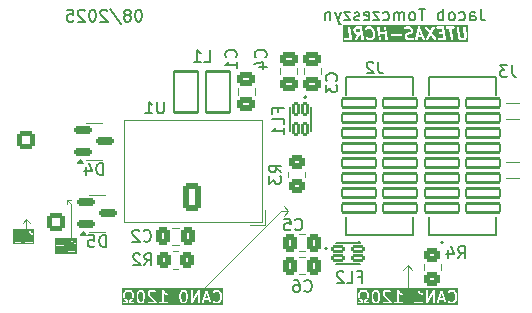
<source format=gbo>
G04 #@! TF.GenerationSoftware,KiCad,Pcbnew,8.0.9-8.0.9-0~ubuntu20.04.1*
G04 #@! TF.CreationDate,2025-08-07T15:34:15-05:00*
G04 #@! TF.ProjectId,PLATO_JUNCTION_BOARD,504c4154-4f5f-44a5-954e-4354494f4e5f,rev?*
G04 #@! TF.SameCoordinates,Original*
G04 #@! TF.FileFunction,Legend,Bot*
G04 #@! TF.FilePolarity,Positive*
%FSLAX46Y46*%
G04 Gerber Fmt 4.6, Leading zero omitted, Abs format (unit mm)*
G04 Created by KiCad (PCBNEW 8.0.9-8.0.9-0~ubuntu20.04.1) date 2025-08-07 15:34:15*
%MOMM*%
%LPD*%
G01*
G04 APERTURE LIST*
G04 Aperture macros list*
%AMRoundRect*
0 Rectangle with rounded corners*
0 $1 Rounding radius*
0 $2 $3 $4 $5 $6 $7 $8 $9 X,Y pos of 4 corners*
0 Add a 4 corners polygon primitive as box body*
4,1,4,$2,$3,$4,$5,$6,$7,$8,$9,$2,$3,0*
0 Add four circle primitives for the rounded corners*
1,1,$1+$1,$2,$3*
1,1,$1+$1,$4,$5*
1,1,$1+$1,$6,$7*
1,1,$1+$1,$8,$9*
0 Add four rect primitives between the rounded corners*
20,1,$1+$1,$2,$3,$4,$5,0*
20,1,$1+$1,$4,$5,$6,$7,0*
20,1,$1+$1,$6,$7,$8,$9,0*
20,1,$1+$1,$8,$9,$2,$3,0*%
G04 Aperture macros list end*
%ADD10C,0.100000*%
%ADD11C,0.200000*%
%ADD12C,0.150000*%
%ADD13C,0.153000*%
%ADD14C,0.120000*%
%ADD15C,0.127000*%
%ADD16RoundRect,0.250000X-0.550000X0.550000X-0.550000X-0.550000X0.550000X-0.550000X0.550000X0.550000X0*%
%ADD17C,1.600000*%
%ADD18RoundRect,0.102000X1.460000X-0.370000X1.460000X0.370000X-1.460000X0.370000X-1.460000X-0.370000X0*%
%ADD19RoundRect,0.250000X0.475000X-0.337500X0.475000X0.337500X-0.475000X0.337500X-0.475000X-0.337500X0*%
%ADD20RoundRect,0.250000X-0.337500X-0.475000X0.337500X-0.475000X0.337500X0.475000X-0.337500X0.475000X0*%
%ADD21RoundRect,0.250000X0.450000X-0.350000X0.450000X0.350000X-0.450000X0.350000X-0.450000X-0.350000X0*%
%ADD22RoundRect,0.250000X-0.475000X0.337500X-0.475000X-0.337500X0.475000X-0.337500X0.475000X0.337500X0*%
%ADD23R,0.850000X0.949992*%
%ADD24R,0.850000X0.949986*%
%ADD25RoundRect,0.150000X-0.587500X-0.150000X0.587500X-0.150000X0.587500X0.150000X-0.587500X0.150000X0*%
%ADD26RoundRect,0.250000X-0.450000X0.350000X-0.450000X-0.350000X0.450000X-0.350000X0.450000X0.350000X0*%
%ADD27O,1.500000X2.300000*%
%ADD28RoundRect,0.250000X0.500000X0.900000X-0.500000X0.900000X-0.500000X-0.900000X0.500000X-0.900000X0*%
%ADD29RoundRect,0.250000X-0.350000X-0.450000X0.350000X-0.450000X0.350000X0.450000X-0.350000X0.450000X0*%
%ADD30RoundRect,0.102000X1.025000X1.750000X-1.025000X1.750000X-1.025000X-1.750000X1.025000X-1.750000X0*%
%ADD31RoundRect,0.102000X-0.450000X-0.200000X0.450000X-0.200000X0.450000X0.200000X-0.450000X0.200000X0*%
%ADD32RoundRect,0.102000X-0.200000X0.450000X-0.200000X-0.450000X0.200000X-0.450000X0.200000X0.450000X0*%
%ADD33RoundRect,0.250000X0.337500X0.475000X-0.337500X0.475000X-0.337500X-0.475000X0.337500X-0.475000X0*%
G04 APERTURE END LIST*
D10*
X142200000Y-113300000D02*
X143300000Y-113300000D01*
X134300000Y-121100000D02*
X133900000Y-120700000D01*
X133900000Y-120700000D02*
X133500000Y-121100000D01*
X123800000Y-116100000D02*
X123400000Y-116500000D01*
X142200000Y-107000000D02*
X143300000Y-107000000D01*
X101600000Y-116800000D02*
X101900000Y-117100000D01*
X101300000Y-117100000D02*
X101600000Y-116800000D01*
X133500000Y-121100000D02*
X133900000Y-120700000D01*
X105400000Y-118400000D02*
X105400000Y-115500000D01*
X133900000Y-122800000D02*
X133900000Y-120700000D01*
X123800000Y-116100000D02*
X123400000Y-115700000D01*
X142200000Y-112000000D02*
X143300000Y-112000000D01*
X123200000Y-116100000D02*
X123800000Y-116100000D01*
X101900000Y-117100000D02*
X101600000Y-116800000D01*
X105100000Y-115200000D02*
X105400000Y-115200000D01*
X116600000Y-122700000D02*
X123200000Y-116100000D01*
X101600000Y-117900000D02*
X101600000Y-116800000D01*
X105400000Y-115500000D02*
X105100000Y-115200000D01*
X105100000Y-115200000D02*
X105100000Y-115500000D01*
X142200000Y-108300000D02*
X143300000Y-108300000D01*
D11*
G36*
X135025680Y-101181504D02*
G01*
X134828306Y-101181504D01*
X134889985Y-100885443D01*
X135025680Y-101181504D01*
G37*
G36*
X129901572Y-100991028D02*
G01*
X129656251Y-100991028D01*
X129588352Y-100959075D01*
X129556316Y-100930598D01*
X129516103Y-100866258D01*
X129504038Y-100769738D01*
X129524711Y-100714610D01*
X129542342Y-100694460D01*
X129593421Y-100667219D01*
X129861096Y-100667219D01*
X129901572Y-100991028D01*
G37*
G36*
X139023321Y-101778330D02*
G01*
X128388993Y-101778330D01*
X128388993Y-101547710D01*
X128500104Y-101547710D01*
X128500104Y-101586728D01*
X128515036Y-101622776D01*
X128542626Y-101650366D01*
X128578674Y-101665298D01*
X128598183Y-101667219D01*
X129074374Y-101667219D01*
X129093883Y-101665298D01*
X129099675Y-101662898D01*
X129105898Y-101662121D01*
X129117551Y-101655494D01*
X129129931Y-101650366D01*
X129134364Y-101645932D01*
X129139815Y-101642833D01*
X129148043Y-101632253D01*
X129157521Y-101622776D01*
X129159920Y-101616983D01*
X129163770Y-101612034D01*
X129167323Y-101599112D01*
X129172453Y-101586728D01*
X129172453Y-101580456D01*
X129174115Y-101574412D01*
X129173602Y-101554815D01*
X129073063Y-100750502D01*
X129302014Y-100750502D01*
X129302527Y-100770098D01*
X129320384Y-100912956D01*
X129324710Y-100932076D01*
X129325752Y-100933909D01*
X129326101Y-100935990D01*
X129334812Y-100953552D01*
X129394336Y-101048790D01*
X129398370Y-101054023D01*
X129399394Y-101056134D01*
X129403036Y-101060075D01*
X129406305Y-101064315D01*
X129408209Y-101065673D01*
X129412699Y-101070531D01*
X129466271Y-101118150D01*
X129471701Y-101122097D01*
X129473293Y-101123846D01*
X129477846Y-101126562D01*
X129482128Y-101129675D01*
X129484358Y-101130448D01*
X129490127Y-101133891D01*
X129591317Y-101181510D01*
X129606309Y-101186841D01*
X129416254Y-101517372D01*
X129408195Y-101535242D01*
X129403171Y-101573935D01*
X129413336Y-101611606D01*
X129437143Y-101642520D01*
X129470968Y-101661969D01*
X129509661Y-101666993D01*
X129547332Y-101656828D01*
X129578246Y-101633021D01*
X129589636Y-101617066D01*
X129834607Y-101191028D01*
X129926572Y-101191028D01*
X129975146Y-101579622D01*
X129979472Y-101598742D01*
X129998760Y-101632660D01*
X130029559Y-101656615D01*
X130067181Y-101666960D01*
X130105898Y-101662121D01*
X130139815Y-101642833D01*
X130163770Y-101612034D01*
X130174115Y-101574412D01*
X130173602Y-101554815D01*
X130060439Y-100649515D01*
X130290691Y-100649515D01*
X130293286Y-100688447D01*
X130310582Y-100723422D01*
X130339946Y-100749116D01*
X130376908Y-100761616D01*
X130415840Y-100759021D01*
X130450815Y-100741725D01*
X130465107Y-100728308D01*
X130489353Y-100700597D01*
X130585317Y-100667219D01*
X130648051Y-100667219D01*
X130761843Y-100703632D01*
X130842431Y-100775267D01*
X130889023Y-100849813D01*
X130952796Y-101019876D01*
X130967642Y-101138647D01*
X130946844Y-101305034D01*
X130921654Y-101372208D01*
X130867726Y-101433840D01*
X130771763Y-101467219D01*
X130709032Y-101467219D01*
X130595239Y-101430805D01*
X130557477Y-101397239D01*
X130541619Y-101385714D01*
X130504756Y-101372925D01*
X130465806Y-101375216D01*
X130430696Y-101392238D01*
X130404774Y-101421401D01*
X130391985Y-101458264D01*
X130394276Y-101497214D01*
X130411298Y-101532324D01*
X130424603Y-101546721D01*
X130478175Y-101594340D01*
X130494033Y-101605866D01*
X130495197Y-101606269D01*
X130496139Y-101607067D01*
X130514134Y-101614842D01*
X130662943Y-101662461D01*
X130671501Y-101664299D01*
X130673912Y-101665298D01*
X130678044Y-101665704D01*
X130682109Y-101666578D01*
X130684711Y-101666361D01*
X130693421Y-101667219D01*
X130788659Y-101667219D01*
X130799882Y-101666113D01*
X130802454Y-101666263D01*
X130805275Y-101665582D01*
X130808168Y-101665298D01*
X130810549Y-101664311D01*
X130821511Y-101661669D01*
X130958416Y-101614050D01*
X130976211Y-101605826D01*
X130980900Y-101601650D01*
X130986530Y-101598867D01*
X131000822Y-101585450D01*
X131084155Y-101490211D01*
X131092483Y-101478561D01*
X131093881Y-101477066D01*
X131094603Y-101475595D01*
X131095556Y-101474264D01*
X131096211Y-101472325D01*
X131102530Y-101459474D01*
X131138245Y-101364236D01*
X131138927Y-101361677D01*
X131139514Y-101360646D01*
X131141258Y-101352934D01*
X131143296Y-101345295D01*
X131143255Y-101344108D01*
X131143840Y-101341526D01*
X131167649Y-101151050D01*
X131167745Y-101147354D01*
X131168162Y-101145841D01*
X131167973Y-101138647D01*
X131168162Y-101131454D01*
X131167745Y-101129940D01*
X131167649Y-101126244D01*
X131149792Y-100983387D01*
X131149207Y-100980804D01*
X131149248Y-100979619D01*
X131147212Y-100971984D01*
X131145466Y-100964267D01*
X131144878Y-100963234D01*
X131144197Y-100960678D01*
X131072769Y-100770202D01*
X131072665Y-100769991D01*
X131072646Y-100769875D01*
X131068331Y-100761175D01*
X131064120Y-100752610D01*
X131064040Y-100752525D01*
X131063936Y-100752314D01*
X131004412Y-100657076D01*
X131000374Y-100651838D01*
X130999353Y-100649732D01*
X130995719Y-100645800D01*
X130992443Y-100641550D01*
X130990532Y-100640187D01*
X130986048Y-100635335D01*
X130901325Y-100560026D01*
X131325823Y-100560026D01*
X131326336Y-100579622D01*
X131451336Y-101579622D01*
X131455662Y-101598742D01*
X131474950Y-101632660D01*
X131505749Y-101656615D01*
X131543371Y-101666960D01*
X131582088Y-101662121D01*
X131616005Y-101642833D01*
X131639960Y-101612034D01*
X131650305Y-101574412D01*
X131649792Y-101554815D01*
X131598366Y-101143409D01*
X131968238Y-101143409D01*
X132022765Y-101579622D01*
X132027091Y-101598742D01*
X132046379Y-101632660D01*
X132077178Y-101656615D01*
X132114800Y-101666960D01*
X132153517Y-101662121D01*
X132187434Y-101642833D01*
X132211389Y-101612034D01*
X132221734Y-101574412D01*
X132221221Y-101554815D01*
X132172714Y-101166757D01*
X132452485Y-101166757D01*
X132452485Y-101205775D01*
X132467417Y-101241823D01*
X132495007Y-101269413D01*
X132531055Y-101284345D01*
X132550564Y-101286266D01*
X133312469Y-101286266D01*
X133331978Y-101284345D01*
X133368026Y-101269413D01*
X133395616Y-101241823D01*
X133410548Y-101205775D01*
X133410548Y-101166757D01*
X133395616Y-101130709D01*
X133368026Y-101103119D01*
X133331978Y-101088187D01*
X133312469Y-101086266D01*
X132550564Y-101086266D01*
X132531055Y-101088187D01*
X132495007Y-101103119D01*
X132467417Y-101130709D01*
X132452485Y-101166757D01*
X132172714Y-101166757D01*
X132105448Y-100628633D01*
X133570568Y-100628633D01*
X133583386Y-100665485D01*
X133609332Y-100694627D01*
X133644454Y-100711622D01*
X133683407Y-100713882D01*
X133702464Y-100709288D01*
X133823412Y-100667219D01*
X134022258Y-100667219D01*
X134090156Y-100699171D01*
X134122191Y-100727646D01*
X134162405Y-100791988D01*
X134168518Y-100840890D01*
X134147845Y-100896017D01*
X134130215Y-100916166D01*
X134067601Y-100949560D01*
X133894624Y-100994200D01*
X133891935Y-100995183D01*
X133890671Y-100995307D01*
X133883503Y-100998268D01*
X133876214Y-101000935D01*
X133875198Y-101001699D01*
X133872554Y-101002792D01*
X133783267Y-101050412D01*
X133771132Y-101058503D01*
X133769361Y-101059379D01*
X133768239Y-101060431D01*
X133766957Y-101061287D01*
X133765699Y-101062815D01*
X133755069Y-101072796D01*
X133713402Y-101120415D01*
X133705067Y-101132071D01*
X133703675Y-101133562D01*
X133702955Y-101135025D01*
X133702000Y-101136362D01*
X133701342Y-101138306D01*
X133695026Y-101151154D01*
X133659312Y-101246392D01*
X133654261Y-101265333D01*
X133654416Y-101269902D01*
X133653204Y-101274311D01*
X133653717Y-101293908D01*
X133665622Y-101389146D01*
X133669948Y-101408266D01*
X133670990Y-101410099D01*
X133671339Y-101412180D01*
X133680050Y-101429741D01*
X133739573Y-101524980D01*
X133743607Y-101530213D01*
X133744631Y-101532324D01*
X133748273Y-101536265D01*
X133751542Y-101540505D01*
X133753447Y-101541863D01*
X133757936Y-101546721D01*
X133811508Y-101594340D01*
X133816939Y-101598287D01*
X133818531Y-101600037D01*
X133823084Y-101602754D01*
X133827366Y-101605866D01*
X133829596Y-101606639D01*
X133835365Y-101610082D01*
X133936555Y-101657701D01*
X133955026Y-101664270D01*
X133957416Y-101664382D01*
X133959626Y-101665298D01*
X133979135Y-101667219D01*
X134217231Y-101667219D01*
X134228454Y-101666113D01*
X134231026Y-101666263D01*
X134233847Y-101665582D01*
X134236740Y-101665298D01*
X134239121Y-101664311D01*
X134250083Y-101661669D01*
X134386987Y-101614050D01*
X134404782Y-101605826D01*
X134433924Y-101579880D01*
X134440488Y-101566314D01*
X134545806Y-101566314D01*
X134553072Y-101604650D01*
X134574455Y-101637287D01*
X134606699Y-101659257D01*
X134644897Y-101667215D01*
X134683233Y-101659949D01*
X134715870Y-101638566D01*
X134737840Y-101606322D01*
X134743700Y-101587614D01*
X134786640Y-101381504D01*
X135117347Y-101381504D01*
X135221563Y-101608885D01*
X135231437Y-101625819D01*
X135260031Y-101652368D01*
X135296608Y-101665953D01*
X135335599Y-101664508D01*
X135371069Y-101648251D01*
X135397618Y-101619657D01*
X135411203Y-101583080D01*
X135409758Y-101544089D01*
X135403376Y-101525554D01*
X134967828Y-100575269D01*
X135325889Y-100575269D01*
X135336556Y-100612801D01*
X135347159Y-100629289D01*
X135702057Y-101077580D01*
X135462635Y-101519591D01*
X135455032Y-101537660D01*
X135450993Y-101576468D01*
X135462112Y-101613869D01*
X135486696Y-101644167D01*
X135521005Y-101662751D01*
X135559813Y-101666790D01*
X135597214Y-101655671D01*
X135627512Y-101631087D01*
X135638493Y-101614847D01*
X135837108Y-101248171D01*
X136138827Y-101629289D01*
X136152442Y-101643393D01*
X136186524Y-101662388D01*
X136225281Y-101666895D01*
X136262813Y-101656227D01*
X136293405Y-101632008D01*
X136312400Y-101597926D01*
X136316907Y-101559169D01*
X136306239Y-101521637D01*
X136295636Y-101505149D01*
X135940737Y-101056856D01*
X136180160Y-100614847D01*
X136187763Y-100596778D01*
X136191802Y-100557970D01*
X136188752Y-100547710D01*
X136327485Y-100547710D01*
X136327485Y-100586728D01*
X136342417Y-100622776D01*
X136370007Y-100650366D01*
X136406055Y-100665298D01*
X136425564Y-100667219D01*
X136813477Y-100667219D01*
X136848000Y-100943409D01*
X136627945Y-100943409D01*
X136608436Y-100945330D01*
X136572388Y-100960262D01*
X136544798Y-100987852D01*
X136529866Y-101023900D01*
X136529866Y-101062918D01*
X136544798Y-101098966D01*
X136572388Y-101126556D01*
X136608436Y-101141488D01*
X136627945Y-101143409D01*
X136873000Y-101143409D01*
X136913477Y-101467219D01*
X136550564Y-101467219D01*
X136531055Y-101469140D01*
X136495007Y-101484072D01*
X136467417Y-101511662D01*
X136452485Y-101547710D01*
X136452485Y-101586728D01*
X136467417Y-101622776D01*
X136495007Y-101650366D01*
X136531055Y-101665298D01*
X136550564Y-101667219D01*
X137026755Y-101667219D01*
X137046264Y-101665298D01*
X137052056Y-101662898D01*
X137058279Y-101662121D01*
X137069932Y-101655494D01*
X137082312Y-101650366D01*
X137086745Y-101645932D01*
X137092196Y-101642833D01*
X137100424Y-101632253D01*
X137109902Y-101622776D01*
X137112301Y-101616983D01*
X137116151Y-101612034D01*
X137119704Y-101599112D01*
X137124834Y-101586728D01*
X137124834Y-101580456D01*
X137126496Y-101574412D01*
X137125983Y-101554815D01*
X137000983Y-100554816D01*
X136999834Y-100549737D01*
X136999834Y-100547710D01*
X137137009Y-100547710D01*
X137137009Y-100586728D01*
X137151941Y-100622776D01*
X137179531Y-100650366D01*
X137215579Y-100665298D01*
X137235088Y-100667219D01*
X137432525Y-100667219D01*
X137546575Y-101579622D01*
X137550901Y-101598742D01*
X137570189Y-101632660D01*
X137600988Y-101656615D01*
X137638610Y-101666960D01*
X137677327Y-101662121D01*
X137711244Y-101642833D01*
X137735199Y-101612034D01*
X137745544Y-101574412D01*
X137745031Y-101554815D01*
X137634081Y-100667219D01*
X137806517Y-100667219D01*
X137826026Y-100665298D01*
X137862074Y-100650366D01*
X137889664Y-100622776D01*
X137904596Y-100586728D01*
X137904596Y-100560026D01*
X138040109Y-100560026D01*
X138040622Y-100579623D01*
X138141813Y-101389146D01*
X138146139Y-101408266D01*
X138147181Y-101410099D01*
X138147530Y-101412180D01*
X138156241Y-101429741D01*
X138215764Y-101524980D01*
X138219798Y-101530213D01*
X138220822Y-101532324D01*
X138224464Y-101536265D01*
X138227733Y-101540505D01*
X138229638Y-101541863D01*
X138234127Y-101546721D01*
X138287699Y-101594340D01*
X138293130Y-101598287D01*
X138294722Y-101600037D01*
X138299275Y-101602754D01*
X138303557Y-101605866D01*
X138305787Y-101606639D01*
X138311556Y-101610082D01*
X138412746Y-101657701D01*
X138431217Y-101664270D01*
X138433607Y-101664382D01*
X138435817Y-101665298D01*
X138455326Y-101667219D01*
X138645802Y-101667219D01*
X138665311Y-101665298D01*
X138669851Y-101663417D01*
X138674743Y-101662940D01*
X138692861Y-101655454D01*
X138782147Y-101607835D01*
X138794284Y-101599741D01*
X138796054Y-101598867D01*
X138797174Y-101597815D01*
X138798457Y-101596960D01*
X138799714Y-101595430D01*
X138810346Y-101585450D01*
X138852013Y-101537830D01*
X138860344Y-101526176D01*
X138861739Y-101524684D01*
X138862460Y-101523217D01*
X138863414Y-101521883D01*
X138864070Y-101519941D01*
X138870388Y-101507092D01*
X138906102Y-101411854D01*
X138911153Y-101392913D01*
X138910997Y-101388343D01*
X138912210Y-101383935D01*
X138911697Y-101364339D01*
X138810507Y-100554816D01*
X138806181Y-100535695D01*
X138786893Y-100501778D01*
X138756094Y-100477823D01*
X138718472Y-100467478D01*
X138679755Y-100472317D01*
X138645838Y-100491605D01*
X138621883Y-100522404D01*
X138611538Y-100560026D01*
X138612051Y-100579622D01*
X138710185Y-101364699D01*
X138689512Y-101419826D01*
X138671881Y-101439976D01*
X138620802Y-101467219D01*
X138477680Y-101467219D01*
X138409781Y-101435266D01*
X138377743Y-101406787D01*
X138337533Y-101342450D01*
X138239078Y-100554815D01*
X138234752Y-100535695D01*
X138215464Y-100501778D01*
X138184665Y-100477823D01*
X138147043Y-100467478D01*
X138108326Y-100472317D01*
X138074409Y-100491605D01*
X138050454Y-100522404D01*
X138040109Y-100560026D01*
X137904596Y-100560026D01*
X137904596Y-100547710D01*
X137889664Y-100511662D01*
X137862074Y-100484072D01*
X137826026Y-100469140D01*
X137806517Y-100467219D01*
X137235088Y-100467219D01*
X137215579Y-100469140D01*
X137179531Y-100484072D01*
X137151941Y-100511662D01*
X137137009Y-100547710D01*
X136999834Y-100547710D01*
X136998823Y-100545269D01*
X136996657Y-100535695D01*
X136990030Y-100524041D01*
X136984902Y-100511662D01*
X136980468Y-100507228D01*
X136977369Y-100501778D01*
X136966789Y-100493549D01*
X136957312Y-100484072D01*
X136951519Y-100481672D01*
X136946570Y-100477823D01*
X136933648Y-100474269D01*
X136921264Y-100469140D01*
X136911493Y-100468177D01*
X136908948Y-100467478D01*
X136906937Y-100467729D01*
X136901755Y-100467219D01*
X136425564Y-100467219D01*
X136406055Y-100469140D01*
X136370007Y-100484072D01*
X136342417Y-100511662D01*
X136327485Y-100547710D01*
X136188752Y-100547710D01*
X136180683Y-100520569D01*
X136156099Y-100490271D01*
X136121790Y-100471687D01*
X136082982Y-100467647D01*
X136045581Y-100478767D01*
X136015283Y-100503351D01*
X136004302Y-100519591D01*
X135805686Y-100886265D01*
X135503969Y-100505149D01*
X135490353Y-100491045D01*
X135456271Y-100472050D01*
X135417514Y-100467544D01*
X135379982Y-100478211D01*
X135349390Y-100502430D01*
X135330395Y-100536512D01*
X135325889Y-100575269D01*
X134967828Y-100575269D01*
X134945041Y-100525553D01*
X134935167Y-100508619D01*
X134929623Y-100503471D01*
X134925482Y-100497151D01*
X134915462Y-100490323D01*
X134906573Y-100482070D01*
X134899487Y-100479438D01*
X134893238Y-100475180D01*
X134881358Y-100472705D01*
X134869996Y-100468485D01*
X134862445Y-100468764D01*
X134855040Y-100467222D01*
X134843121Y-100469480D01*
X134831005Y-100469930D01*
X134824131Y-100473080D01*
X134816704Y-100474488D01*
X134806561Y-100481133D01*
X134795535Y-100486187D01*
X134790389Y-100491728D01*
X134784067Y-100495871D01*
X134777239Y-100505892D01*
X134768986Y-100514781D01*
X134766353Y-100521868D01*
X134762097Y-100528116D01*
X134756237Y-100546823D01*
X134547904Y-101546824D01*
X134545806Y-101566314D01*
X134440488Y-101566314D01*
X134450919Y-101544758D01*
X134453179Y-101505805D01*
X134440361Y-101468953D01*
X134414415Y-101439811D01*
X134379293Y-101422816D01*
X134340340Y-101420556D01*
X134321283Y-101425150D01*
X134200335Y-101467219D01*
X134001489Y-101467219D01*
X133933590Y-101435266D01*
X133901552Y-101406787D01*
X133861341Y-101342450D01*
X133855228Y-101293546D01*
X133875901Y-101238419D01*
X133893532Y-101218270D01*
X133956145Y-101184876D01*
X134129123Y-101140237D01*
X134131811Y-101139253D01*
X134133076Y-101139130D01*
X134140238Y-101136170D01*
X134147533Y-101133502D01*
X134148549Y-101132736D01*
X134151194Y-101131644D01*
X134240480Y-101084025D01*
X134252614Y-101075933D01*
X134254386Y-101075058D01*
X134255507Y-101074005D01*
X134256790Y-101073150D01*
X134258047Y-101071621D01*
X134268678Y-101061641D01*
X134310345Y-101014022D01*
X134318679Y-101002365D01*
X134320072Y-101000875D01*
X134320791Y-100999411D01*
X134321747Y-100998075D01*
X134322404Y-100996130D01*
X134328721Y-100983283D01*
X134364435Y-100888045D01*
X134369486Y-100869104D01*
X134369330Y-100864534D01*
X134370543Y-100860126D01*
X134370030Y-100840529D01*
X134358125Y-100745291D01*
X134353799Y-100726171D01*
X134352755Y-100724335D01*
X134352407Y-100722256D01*
X134343697Y-100704695D01*
X134284173Y-100609457D01*
X134280137Y-100604222D01*
X134279115Y-100602113D01*
X134275475Y-100598175D01*
X134272204Y-100593931D01*
X134270296Y-100592570D01*
X134265810Y-100587716D01*
X134212239Y-100540097D01*
X134206806Y-100536148D01*
X134205216Y-100534401D01*
X134200664Y-100531685D01*
X134196381Y-100528572D01*
X134194150Y-100527798D01*
X134188382Y-100524356D01*
X134087192Y-100476737D01*
X134068722Y-100470168D01*
X134066330Y-100470055D01*
X134064121Y-100469140D01*
X134044612Y-100467219D01*
X133806516Y-100467219D01*
X133795292Y-100468324D01*
X133792721Y-100468175D01*
X133789899Y-100468855D01*
X133787007Y-100469140D01*
X133784625Y-100470126D01*
X133773664Y-100472769D01*
X133636760Y-100520388D01*
X133618965Y-100528612D01*
X133589823Y-100554558D01*
X133572828Y-100589680D01*
X133570568Y-100628633D01*
X132105448Y-100628633D01*
X132096221Y-100554816D01*
X132091895Y-100535695D01*
X132072607Y-100501778D01*
X132041808Y-100477823D01*
X132004186Y-100467478D01*
X131965469Y-100472317D01*
X131931552Y-100491605D01*
X131907597Y-100522404D01*
X131897252Y-100560026D01*
X131897765Y-100579622D01*
X131943238Y-100943409D01*
X131573366Y-100943409D01*
X131524792Y-100554816D01*
X131520466Y-100535695D01*
X131501178Y-100501778D01*
X131470379Y-100477823D01*
X131432757Y-100467478D01*
X131394040Y-100472317D01*
X131360123Y-100491605D01*
X131336168Y-100522404D01*
X131325823Y-100560026D01*
X130901325Y-100560026D01*
X130878905Y-100540097D01*
X130863048Y-100528572D01*
X130861882Y-100528167D01*
X130860941Y-100527371D01*
X130842946Y-100519595D01*
X130694136Y-100471977D01*
X130685579Y-100470139D01*
X130683168Y-100469140D01*
X130679033Y-100468732D01*
X130674970Y-100467860D01*
X130672367Y-100468076D01*
X130663659Y-100467219D01*
X130568421Y-100467219D01*
X130557197Y-100468324D01*
X130554626Y-100468175D01*
X130551804Y-100468855D01*
X130548912Y-100469140D01*
X130546530Y-100470126D01*
X130535569Y-100472769D01*
X130398665Y-100520388D01*
X130380870Y-100528612D01*
X130376181Y-100532785D01*
X130370552Y-100535570D01*
X130356260Y-100548987D01*
X130314593Y-100596606D01*
X130303191Y-100612553D01*
X130290691Y-100649515D01*
X130060439Y-100649515D01*
X130048602Y-100554816D01*
X130047453Y-100549737D01*
X130047453Y-100547710D01*
X130046442Y-100545269D01*
X130044276Y-100535695D01*
X130037649Y-100524041D01*
X130032521Y-100511662D01*
X130028087Y-100507228D01*
X130024988Y-100501778D01*
X130014408Y-100493549D01*
X130004931Y-100484072D01*
X129999138Y-100481672D01*
X129994189Y-100477823D01*
X129981267Y-100474269D01*
X129968883Y-100469140D01*
X129959112Y-100468177D01*
X129956567Y-100467478D01*
X129954556Y-100467729D01*
X129949374Y-100467219D01*
X129568421Y-100467219D01*
X129548912Y-100469140D01*
X129544371Y-100471020D01*
X129539480Y-100471498D01*
X129521362Y-100478984D01*
X129432077Y-100526603D01*
X129419946Y-100534692D01*
X129418171Y-100535570D01*
X129417045Y-100536626D01*
X129415767Y-100537479D01*
X129414513Y-100539003D01*
X129403879Y-100548987D01*
X129362212Y-100596606D01*
X129353877Y-100608262D01*
X129352485Y-100609753D01*
X129351765Y-100611216D01*
X129350810Y-100612553D01*
X129350152Y-100614497D01*
X129343836Y-100627345D01*
X129308122Y-100722583D01*
X129303071Y-100741524D01*
X129303226Y-100746093D01*
X129302014Y-100750502D01*
X129073063Y-100750502D01*
X129048602Y-100554816D01*
X129044276Y-100535695D01*
X129024988Y-100501778D01*
X128994189Y-100477823D01*
X128956567Y-100467478D01*
X128917850Y-100472317D01*
X128883933Y-100491605D01*
X128859978Y-100522404D01*
X128849633Y-100560026D01*
X128850146Y-100579622D01*
X128961096Y-101467219D01*
X128598183Y-101467219D01*
X128578674Y-101469140D01*
X128542626Y-101484072D01*
X128515036Y-101511662D01*
X128500104Y-101547710D01*
X128388993Y-101547710D01*
X128388993Y-100356108D01*
X139023321Y-100356108D01*
X139023321Y-101778330D01*
G37*
D12*
G36*
X111407953Y-122964077D02*
G01*
X111438360Y-122994484D01*
X111476853Y-123071471D01*
X111520237Y-123245005D01*
X111520237Y-123464632D01*
X111476853Y-123638166D01*
X111438359Y-123715153D01*
X111407952Y-123745561D01*
X111339437Y-123779819D01*
X111279609Y-123779819D01*
X111211093Y-123745561D01*
X111180686Y-123715153D01*
X111142192Y-123638166D01*
X111098809Y-123464632D01*
X111098809Y-123245005D01*
X111142192Y-123071471D01*
X111180686Y-122994484D01*
X111211093Y-122964077D01*
X111279609Y-122929819D01*
X111339437Y-122929819D01*
X111407953Y-122964077D01*
G37*
G36*
X115027001Y-122964077D02*
G01*
X115057408Y-122994484D01*
X115095901Y-123071471D01*
X115139285Y-123245005D01*
X115139285Y-123464632D01*
X115095901Y-123638166D01*
X115057407Y-123715153D01*
X115027000Y-123745561D01*
X114958485Y-123779819D01*
X114898657Y-123779819D01*
X114830141Y-123745561D01*
X114799734Y-123715153D01*
X114761240Y-123638166D01*
X114717857Y-123464632D01*
X114717857Y-123245005D01*
X114761240Y-123071471D01*
X114799734Y-122994484D01*
X114830141Y-122964077D01*
X114898657Y-122929819D01*
X114958485Y-122929819D01*
X115027001Y-122964077D01*
G37*
G36*
X117014990Y-123494104D02*
G01*
X116746914Y-123494104D01*
X116880952Y-123091989D01*
X117014990Y-123494104D01*
G37*
G36*
X118305158Y-124040930D02*
G01*
X109694841Y-124040930D01*
X109694841Y-123140533D01*
X109805952Y-123140533D01*
X109805952Y-123378628D01*
X109806681Y-123386033D01*
X109806541Y-123388008D01*
X109807131Y-123390605D01*
X109807393Y-123393260D01*
X109808151Y-123395091D01*
X109809801Y-123402345D01*
X109857420Y-123545202D01*
X109863414Y-123558627D01*
X109865179Y-123560662D01*
X109866211Y-123563153D01*
X109875538Y-123574518D01*
X109970776Y-123669756D01*
X109976526Y-123674476D01*
X109977825Y-123675973D01*
X109980079Y-123677392D01*
X109982141Y-123679084D01*
X109983973Y-123679842D01*
X109990268Y-123683805D01*
X110044047Y-123710694D01*
X110044047Y-123779819D01*
X109880952Y-123779819D01*
X109866320Y-123781260D01*
X109839284Y-123792459D01*
X109818592Y-123813151D01*
X109807393Y-123840187D01*
X109807393Y-123869451D01*
X109818592Y-123896487D01*
X109839284Y-123917179D01*
X109866320Y-123928378D01*
X109880952Y-123929819D01*
X110119047Y-123929819D01*
X110133679Y-123928378D01*
X110160715Y-123917179D01*
X110181407Y-123896487D01*
X110192606Y-123869451D01*
X110194047Y-123854819D01*
X110194047Y-123664342D01*
X110193317Y-123656936D01*
X110193458Y-123654961D01*
X110192982Y-123653535D01*
X110192606Y-123649710D01*
X110188004Y-123638602D01*
X110184204Y-123627200D01*
X110182438Y-123625164D01*
X110181407Y-123622674D01*
X110172909Y-123614176D01*
X110165031Y-123605092D01*
X110161776Y-123603043D01*
X110160715Y-123601982D01*
X110158887Y-123601224D01*
X110152588Y-123597260D01*
X110068236Y-123555084D01*
X109994123Y-123480971D01*
X109955952Y-123366457D01*
X109955952Y-123152703D01*
X109994123Y-123038189D01*
X110064323Y-122967990D01*
X110178836Y-122929819D01*
X110344972Y-122929819D01*
X110459485Y-122967990D01*
X110529685Y-123038190D01*
X110567856Y-123152703D01*
X110567856Y-123366458D01*
X110529685Y-123480971D01*
X110455572Y-123555084D01*
X110371220Y-123597260D01*
X110364920Y-123601224D01*
X110363093Y-123601982D01*
X110362031Y-123603043D01*
X110358777Y-123605092D01*
X110350898Y-123614176D01*
X110342401Y-123622674D01*
X110341369Y-123625164D01*
X110339604Y-123627200D01*
X110335803Y-123638602D01*
X110331202Y-123649710D01*
X110330825Y-123653535D01*
X110330350Y-123654961D01*
X110330490Y-123656936D01*
X110329761Y-123664342D01*
X110329761Y-123854819D01*
X110331202Y-123869451D01*
X110342401Y-123896487D01*
X110363093Y-123917179D01*
X110390129Y-123928378D01*
X110404761Y-123929819D01*
X110642856Y-123929819D01*
X110657488Y-123928378D01*
X110684524Y-123917179D01*
X110705216Y-123896487D01*
X110716415Y-123869451D01*
X110716415Y-123840187D01*
X110705216Y-123813151D01*
X110684524Y-123792459D01*
X110657488Y-123781260D01*
X110642856Y-123779819D01*
X110479761Y-123779819D01*
X110479761Y-123710694D01*
X110533540Y-123683805D01*
X110539839Y-123679840D01*
X110541667Y-123679083D01*
X110543723Y-123677394D01*
X110545983Y-123675973D01*
X110547282Y-123674474D01*
X110553032Y-123669756D01*
X110648270Y-123574518D01*
X110657598Y-123563153D01*
X110658629Y-123560662D01*
X110660394Y-123558628D01*
X110666388Y-123545202D01*
X110714007Y-123402346D01*
X110715656Y-123395090D01*
X110716415Y-123393260D01*
X110716676Y-123390606D01*
X110717267Y-123388009D01*
X110717126Y-123386034D01*
X110717856Y-123378628D01*
X110717856Y-123235771D01*
X110948809Y-123235771D01*
X110948809Y-123473866D01*
X110949060Y-123476419D01*
X110948898Y-123477512D01*
X110949707Y-123482985D01*
X110950250Y-123488498D01*
X110950672Y-123489519D01*
X110951048Y-123492056D01*
X110998667Y-123682532D01*
X110999052Y-123683611D01*
X110999091Y-123684151D01*
X111001418Y-123690232D01*
X111003614Y-123696378D01*
X111003936Y-123696813D01*
X111004346Y-123697883D01*
X111051965Y-123793121D01*
X111055928Y-123799417D01*
X111056686Y-123801247D01*
X111058375Y-123803305D01*
X111059797Y-123805564D01*
X111061295Y-123806863D01*
X111066013Y-123812612D01*
X111113632Y-123860232D01*
X111119381Y-123864950D01*
X111120682Y-123866450D01*
X111122941Y-123867872D01*
X111124998Y-123869560D01*
X111126825Y-123870317D01*
X111133125Y-123874282D01*
X111228363Y-123921901D01*
X111242094Y-123927156D01*
X111244783Y-123927347D01*
X111247272Y-123928378D01*
X111261904Y-123929819D01*
X111357142Y-123929819D01*
X111371774Y-123928378D01*
X111374263Y-123927346D01*
X111376951Y-123927156D01*
X111390683Y-123921901D01*
X111485921Y-123874282D01*
X111492220Y-123870317D01*
X111494048Y-123869560D01*
X111496104Y-123867872D01*
X111498364Y-123866450D01*
X111499664Y-123864950D01*
X111505414Y-123860232D01*
X111553032Y-123812613D01*
X111557750Y-123806863D01*
X111559249Y-123805564D01*
X111560670Y-123803305D01*
X111562360Y-123801247D01*
X111563117Y-123799417D01*
X111567081Y-123793121D01*
X111614700Y-123697883D01*
X111615109Y-123696813D01*
X111615432Y-123696378D01*
X111617624Y-123690241D01*
X111619955Y-123684152D01*
X111619993Y-123683611D01*
X111620379Y-123682532D01*
X111667998Y-123492056D01*
X111668373Y-123489519D01*
X111668796Y-123488498D01*
X111669338Y-123482985D01*
X111670148Y-123477512D01*
X111669985Y-123476419D01*
X111670237Y-123473866D01*
X111670237Y-123235771D01*
X111669985Y-123233217D01*
X111670148Y-123232125D01*
X111669338Y-123226651D01*
X111668796Y-123221139D01*
X111668373Y-123220117D01*
X111667998Y-123217581D01*
X111624926Y-123045295D01*
X111901190Y-123045295D01*
X111901190Y-123140533D01*
X111901919Y-123147938D01*
X111901779Y-123149913D01*
X111902369Y-123152510D01*
X111902631Y-123155165D01*
X111903389Y-123156996D01*
X111905039Y-123164250D01*
X111952658Y-123307107D01*
X111958652Y-123320532D01*
X111960417Y-123322567D01*
X111961449Y-123325058D01*
X111970776Y-123336423D01*
X112414171Y-123779819D01*
X111976190Y-123779819D01*
X111961558Y-123781260D01*
X111934522Y-123792459D01*
X111913830Y-123813151D01*
X111902631Y-123840187D01*
X111902631Y-123869451D01*
X111913830Y-123896487D01*
X111934522Y-123917179D01*
X111961558Y-123928378D01*
X111976190Y-123929819D01*
X112595237Y-123929819D01*
X112609869Y-123928378D01*
X112617787Y-123925098D01*
X112636905Y-123917180D01*
X112657597Y-123896487D01*
X112668796Y-123869451D01*
X112668796Y-123840188D01*
X112668796Y-123840187D01*
X112855012Y-123840187D01*
X112855012Y-123869451D01*
X112866211Y-123896487D01*
X112886903Y-123917179D01*
X112913939Y-123928378D01*
X112928571Y-123929819D01*
X113499999Y-123929819D01*
X113514631Y-123928378D01*
X113541667Y-123917179D01*
X113562359Y-123896487D01*
X113573558Y-123869451D01*
X113573558Y-123840187D01*
X113562359Y-123813151D01*
X113541667Y-123792459D01*
X113514631Y-123781260D01*
X113499999Y-123779819D01*
X113289285Y-123779819D01*
X113289285Y-123235771D01*
X114567857Y-123235771D01*
X114567857Y-123473866D01*
X114568108Y-123476419D01*
X114567946Y-123477512D01*
X114568755Y-123482985D01*
X114569298Y-123488498D01*
X114569720Y-123489519D01*
X114570096Y-123492056D01*
X114617715Y-123682532D01*
X114618100Y-123683611D01*
X114618139Y-123684151D01*
X114620466Y-123690232D01*
X114622662Y-123696378D01*
X114622984Y-123696813D01*
X114623394Y-123697883D01*
X114671013Y-123793121D01*
X114674976Y-123799417D01*
X114675734Y-123801247D01*
X114677423Y-123803305D01*
X114678845Y-123805564D01*
X114680343Y-123806863D01*
X114685061Y-123812612D01*
X114732680Y-123860232D01*
X114738429Y-123864950D01*
X114739730Y-123866450D01*
X114741989Y-123867872D01*
X114744046Y-123869560D01*
X114745873Y-123870317D01*
X114752173Y-123874282D01*
X114847411Y-123921901D01*
X114861142Y-123927156D01*
X114863831Y-123927347D01*
X114866320Y-123928378D01*
X114880952Y-123929819D01*
X114976190Y-123929819D01*
X114990822Y-123928378D01*
X114993311Y-123927346D01*
X114995999Y-123927156D01*
X115009731Y-123921901D01*
X115104969Y-123874282D01*
X115111268Y-123870317D01*
X115113096Y-123869560D01*
X115115152Y-123867872D01*
X115117412Y-123866450D01*
X115118712Y-123864950D01*
X115124462Y-123860232D01*
X115172080Y-123812613D01*
X115176798Y-123806863D01*
X115178297Y-123805564D01*
X115179718Y-123803305D01*
X115181408Y-123801247D01*
X115182165Y-123799417D01*
X115186129Y-123793121D01*
X115233748Y-123697883D01*
X115234157Y-123696813D01*
X115234480Y-123696378D01*
X115236672Y-123690241D01*
X115239003Y-123684152D01*
X115239041Y-123683611D01*
X115239427Y-123682532D01*
X115287046Y-123492056D01*
X115287421Y-123489519D01*
X115287844Y-123488498D01*
X115288386Y-123482985D01*
X115289196Y-123477512D01*
X115289033Y-123476419D01*
X115289285Y-123473866D01*
X115289285Y-123235771D01*
X115289033Y-123233217D01*
X115289196Y-123232125D01*
X115288386Y-123226651D01*
X115287844Y-123221139D01*
X115287421Y-123220117D01*
X115287046Y-123217581D01*
X115239427Y-123027105D01*
X115239041Y-123026025D01*
X115239003Y-123025485D01*
X115236672Y-123019395D01*
X115234480Y-123013259D01*
X115234157Y-123012823D01*
X115233748Y-123011754D01*
X115186129Y-122916516D01*
X115182164Y-122910216D01*
X115181407Y-122908389D01*
X115179718Y-122906332D01*
X115178297Y-122904073D01*
X115176798Y-122902773D01*
X115172080Y-122897024D01*
X115129875Y-122854819D01*
X115567857Y-122854819D01*
X115567857Y-123854819D01*
X115568227Y-123858582D01*
X115568040Y-123860058D01*
X115568561Y-123861968D01*
X115569298Y-123869451D01*
X115573115Y-123878666D01*
X115575740Y-123888290D01*
X115578667Y-123892070D01*
X115580497Y-123896487D01*
X115587547Y-123903537D01*
X115593657Y-123911427D01*
X115597810Y-123913800D01*
X115601189Y-123917179D01*
X115610401Y-123920995D01*
X115619066Y-123925946D01*
X115623809Y-123926548D01*
X115628225Y-123928378D01*
X115638199Y-123928378D01*
X115648096Y-123929636D01*
X115652708Y-123928378D01*
X115657489Y-123928378D01*
X115666704Y-123924560D01*
X115676328Y-123921936D01*
X115680108Y-123919008D01*
X115684525Y-123917179D01*
X115691575Y-123910128D01*
X115699465Y-123904019D01*
X115703817Y-123897886D01*
X115705217Y-123896487D01*
X115705786Y-123895112D01*
X115707975Y-123892029D01*
X116139285Y-123137235D01*
X116139285Y-123854819D01*
X116140726Y-123869451D01*
X116151925Y-123896487D01*
X116172617Y-123917179D01*
X116199653Y-123928378D01*
X116228917Y-123928378D01*
X116255953Y-123917179D01*
X116276645Y-123896487D01*
X116287844Y-123869451D01*
X116289285Y-123854819D01*
X116289285Y-123845439D01*
X116473208Y-123845439D01*
X116475283Y-123874629D01*
X116488369Y-123900802D01*
X116510476Y-123919976D01*
X116538239Y-123929230D01*
X116567429Y-123927155D01*
X116593602Y-123914069D01*
X116612776Y-123891962D01*
X116618770Y-123878536D01*
X116696914Y-123644104D01*
X117064990Y-123644104D01*
X117143134Y-123878536D01*
X117149128Y-123891961D01*
X117168302Y-123914068D01*
X117194475Y-123927155D01*
X117223665Y-123929230D01*
X117251427Y-123919976D01*
X117273535Y-123900802D01*
X117286621Y-123874628D01*
X117288696Y-123845438D01*
X117285436Y-123831102D01*
X116986878Y-122935426D01*
X117426441Y-122935426D01*
X117426441Y-122964688D01*
X117437640Y-122991725D01*
X117458332Y-123012417D01*
X117485369Y-123023616D01*
X117514631Y-123023616D01*
X117541668Y-123012417D01*
X117553033Y-123003090D01*
X117588133Y-122967990D01*
X117702646Y-122929819D01*
X117773544Y-122929819D01*
X117888057Y-122967990D01*
X117962170Y-123042103D01*
X118000663Y-123119090D01*
X118044047Y-123292624D01*
X118044047Y-123417013D01*
X118000663Y-123590547D01*
X117962169Y-123667534D01*
X117888057Y-123741647D01*
X117773544Y-123779819D01*
X117702646Y-123779819D01*
X117588133Y-123741648D01*
X117553034Y-123706548D01*
X117541668Y-123697220D01*
X117514632Y-123686021D01*
X117485369Y-123686021D01*
X117458333Y-123697219D01*
X117437640Y-123717912D01*
X117426441Y-123744948D01*
X117426441Y-123774211D01*
X117437639Y-123801247D01*
X117446966Y-123812612D01*
X117494585Y-123860232D01*
X117505951Y-123869560D01*
X117508439Y-123870590D01*
X117510476Y-123872357D01*
X117523902Y-123878351D01*
X117666758Y-123925970D01*
X117674013Y-123927619D01*
X117675844Y-123928378D01*
X117678497Y-123928639D01*
X117681095Y-123929230D01*
X117683069Y-123929089D01*
X117690476Y-123929819D01*
X117785714Y-123929819D01*
X117793119Y-123929089D01*
X117795094Y-123929230D01*
X117797691Y-123928639D01*
X117800346Y-123928378D01*
X117802177Y-123927619D01*
X117809431Y-123925970D01*
X117952288Y-123878351D01*
X117965713Y-123872357D01*
X117967748Y-123870591D01*
X117970239Y-123869560D01*
X117981604Y-123860233D01*
X118076843Y-123764993D01*
X118081560Y-123759244D01*
X118083059Y-123757945D01*
X118084480Y-123755686D01*
X118086170Y-123753628D01*
X118086927Y-123751798D01*
X118090891Y-123745502D01*
X118138510Y-123650264D01*
X118138919Y-123649194D01*
X118139242Y-123648759D01*
X118141434Y-123642622D01*
X118143765Y-123636533D01*
X118143803Y-123635992D01*
X118144189Y-123634913D01*
X118191808Y-123444437D01*
X118192183Y-123441900D01*
X118192606Y-123440879D01*
X118193148Y-123435366D01*
X118193958Y-123429893D01*
X118193795Y-123428800D01*
X118194047Y-123426247D01*
X118194047Y-123283390D01*
X118193795Y-123280836D01*
X118193958Y-123279744D01*
X118193148Y-123274270D01*
X118192606Y-123268758D01*
X118192183Y-123267736D01*
X118191808Y-123265200D01*
X118144189Y-123074724D01*
X118143803Y-123073644D01*
X118143765Y-123073104D01*
X118141428Y-123066997D01*
X118139242Y-123060878D01*
X118138919Y-123060442D01*
X118138510Y-123059373D01*
X118090891Y-122964135D01*
X118086928Y-122957840D01*
X118086170Y-122956008D01*
X118084478Y-122953946D01*
X118083059Y-122951692D01*
X118081562Y-122950393D01*
X118076842Y-122944643D01*
X117981604Y-122849405D01*
X117970239Y-122840078D01*
X117967748Y-122839046D01*
X117965713Y-122837281D01*
X117952288Y-122831287D01*
X117809431Y-122783668D01*
X117802177Y-122782018D01*
X117800346Y-122781260D01*
X117797691Y-122780998D01*
X117795094Y-122780408D01*
X117793119Y-122780548D01*
X117785714Y-122779819D01*
X117690476Y-122779819D01*
X117683069Y-122780548D01*
X117681095Y-122780408D01*
X117678497Y-122780998D01*
X117675844Y-122781260D01*
X117674013Y-122782018D01*
X117666758Y-122783668D01*
X117523902Y-122831287D01*
X117510476Y-122837281D01*
X117508439Y-122839047D01*
X117505951Y-122840078D01*
X117494586Y-122849405D01*
X117446967Y-122897024D01*
X117437640Y-122908389D01*
X117426441Y-122935426D01*
X116986878Y-122935426D01*
X116952103Y-122831102D01*
X116946109Y-122817676D01*
X116942597Y-122813627D01*
X116940202Y-122808836D01*
X116933098Y-122802674D01*
X116926935Y-122795569D01*
X116922141Y-122793172D01*
X116918094Y-122789662D01*
X116909172Y-122786688D01*
X116900762Y-122782483D01*
X116895417Y-122782103D01*
X116890332Y-122780408D01*
X116880952Y-122781074D01*
X116871572Y-122780408D01*
X116866486Y-122782103D01*
X116861142Y-122782483D01*
X116852734Y-122786687D01*
X116843809Y-122789662D01*
X116839758Y-122793175D01*
X116834969Y-122795570D01*
X116828810Y-122802670D01*
X116821702Y-122808836D01*
X116819305Y-122813629D01*
X116815795Y-122817677D01*
X116809801Y-122831102D01*
X116476468Y-123831102D01*
X116473208Y-123845439D01*
X116289285Y-123845439D01*
X116289285Y-122854819D01*
X116288914Y-122851055D01*
X116289102Y-122849580D01*
X116288580Y-122847669D01*
X116287844Y-122840187D01*
X116284026Y-122830971D01*
X116281402Y-122821348D01*
X116278474Y-122817567D01*
X116276645Y-122813151D01*
X116269594Y-122806100D01*
X116263485Y-122798211D01*
X116259331Y-122795837D01*
X116255953Y-122792459D01*
X116246740Y-122788642D01*
X116238076Y-122783692D01*
X116233332Y-122783089D01*
X116228917Y-122781260D01*
X116218943Y-122781260D01*
X116209046Y-122780002D01*
X116204434Y-122781260D01*
X116199653Y-122781260D01*
X116190436Y-122785077D01*
X116180815Y-122787702D01*
X116177035Y-122790628D01*
X116172617Y-122792459D01*
X116165565Y-122799510D01*
X116157677Y-122805619D01*
X116153322Y-122811753D01*
X116151925Y-122813151D01*
X116151356Y-122814523D01*
X116149167Y-122817608D01*
X115717857Y-123572402D01*
X115717857Y-122854819D01*
X115716416Y-122840187D01*
X115705217Y-122813151D01*
X115684525Y-122792459D01*
X115657489Y-122781260D01*
X115628225Y-122781260D01*
X115601189Y-122792459D01*
X115580497Y-122813151D01*
X115569298Y-122840187D01*
X115567857Y-122854819D01*
X115129875Y-122854819D01*
X115124461Y-122849405D01*
X115118711Y-122844686D01*
X115117412Y-122843188D01*
X115115152Y-122841766D01*
X115113096Y-122840078D01*
X115111268Y-122839320D01*
X115104969Y-122835356D01*
X115009731Y-122787737D01*
X114995999Y-122782482D01*
X114993311Y-122782291D01*
X114990822Y-122781260D01*
X114976190Y-122779819D01*
X114880952Y-122779819D01*
X114866320Y-122781260D01*
X114863831Y-122782290D01*
X114861142Y-122782482D01*
X114847411Y-122787737D01*
X114752173Y-122835356D01*
X114745873Y-122839320D01*
X114744046Y-122840078D01*
X114741989Y-122841766D01*
X114739730Y-122843188D01*
X114738430Y-122844686D01*
X114732681Y-122849405D01*
X114685062Y-122897024D01*
X114680343Y-122902773D01*
X114678845Y-122904073D01*
X114677423Y-122906332D01*
X114675735Y-122908389D01*
X114674977Y-122910216D01*
X114671013Y-122916516D01*
X114623394Y-123011754D01*
X114622984Y-123012823D01*
X114622662Y-123013259D01*
X114620466Y-123019404D01*
X114618139Y-123025486D01*
X114618100Y-123026025D01*
X114617715Y-123027105D01*
X114570096Y-123217581D01*
X114569720Y-123220117D01*
X114569298Y-123221139D01*
X114568755Y-123226651D01*
X114567946Y-123232125D01*
X114568108Y-123233217D01*
X114567857Y-123235771D01*
X113289285Y-123235771D01*
X113289285Y-123083504D01*
X113351728Y-123145947D01*
X113357478Y-123150667D01*
X113358777Y-123152164D01*
X113361031Y-123153583D01*
X113363093Y-123155275D01*
X113364925Y-123156033D01*
X113371220Y-123159996D01*
X113466458Y-123207615D01*
X113480189Y-123212870D01*
X113509379Y-123214944D01*
X113537141Y-123205690D01*
X113559248Y-123186517D01*
X113572336Y-123160342D01*
X113574410Y-123131152D01*
X113565156Y-123103391D01*
X113545983Y-123081283D01*
X113533540Y-123073451D01*
X113449188Y-123031275D01*
X113367807Y-122949894D01*
X113276689Y-122813216D01*
X113276654Y-122813173D01*
X113276645Y-122813151D01*
X113276593Y-122813099D01*
X113267373Y-122801841D01*
X113261203Y-122797709D01*
X113255953Y-122792459D01*
X113249163Y-122789646D01*
X113243058Y-122785558D01*
X113235777Y-122784101D01*
X113228917Y-122781260D01*
X113221569Y-122781260D01*
X113214364Y-122779819D01*
X113207080Y-122781260D01*
X113199653Y-122781260D01*
X113192864Y-122784072D01*
X113185656Y-122785498D01*
X113179477Y-122789617D01*
X113172617Y-122792459D01*
X113167421Y-122797654D01*
X113161307Y-122801731D01*
X113157175Y-122807900D01*
X113151925Y-122813151D01*
X113149112Y-122819940D01*
X113145024Y-122826046D01*
X113143567Y-122833326D01*
X113140726Y-122840187D01*
X113139300Y-122854663D01*
X113139285Y-122854740D01*
X113139290Y-122854766D01*
X113139285Y-122854819D01*
X113139285Y-123779819D01*
X112928571Y-123779819D01*
X112913939Y-123781260D01*
X112886903Y-123792459D01*
X112866211Y-123813151D01*
X112855012Y-123840187D01*
X112668796Y-123840187D01*
X112657598Y-123813151D01*
X112648270Y-123801786D01*
X112089361Y-123242876D01*
X112051190Y-123128362D01*
X112051190Y-123063000D01*
X112085448Y-122994484D01*
X112115855Y-122964077D01*
X112184371Y-122929819D01*
X112387056Y-122929819D01*
X112455572Y-122964077D01*
X112494585Y-123003090D01*
X112505950Y-123012417D01*
X112532986Y-123023616D01*
X112562249Y-123023616D01*
X112589285Y-123012417D01*
X112609978Y-122991724D01*
X112621177Y-122964688D01*
X112621177Y-122935425D01*
X112609978Y-122908389D01*
X112600651Y-122897024D01*
X112553032Y-122849405D01*
X112547282Y-122844686D01*
X112545983Y-122843188D01*
X112543723Y-122841766D01*
X112541667Y-122840078D01*
X112539839Y-122839320D01*
X112533540Y-122835356D01*
X112438302Y-122787737D01*
X112424570Y-122782482D01*
X112421882Y-122782291D01*
X112419393Y-122781260D01*
X112404761Y-122779819D01*
X112166666Y-122779819D01*
X112152034Y-122781260D01*
X112149545Y-122782290D01*
X112146856Y-122782482D01*
X112133125Y-122787737D01*
X112037887Y-122835356D01*
X112031587Y-122839320D01*
X112029760Y-122840078D01*
X112027703Y-122841766D01*
X112025444Y-122843188D01*
X112024144Y-122844686D01*
X112018395Y-122849405D01*
X111970776Y-122897024D01*
X111966057Y-122902773D01*
X111964559Y-122904073D01*
X111963137Y-122906332D01*
X111961449Y-122908389D01*
X111960691Y-122910216D01*
X111956727Y-122916516D01*
X111909108Y-123011754D01*
X111903853Y-123025486D01*
X111903662Y-123028173D01*
X111902631Y-123030663D01*
X111901190Y-123045295D01*
X111624926Y-123045295D01*
X111620379Y-123027105D01*
X111619993Y-123026025D01*
X111619955Y-123025485D01*
X111617624Y-123019395D01*
X111615432Y-123013259D01*
X111615109Y-123012823D01*
X111614700Y-123011754D01*
X111567081Y-122916516D01*
X111563116Y-122910216D01*
X111562359Y-122908389D01*
X111560670Y-122906332D01*
X111559249Y-122904073D01*
X111557750Y-122902773D01*
X111553032Y-122897024D01*
X111505413Y-122849405D01*
X111499663Y-122844686D01*
X111498364Y-122843188D01*
X111496104Y-122841766D01*
X111494048Y-122840078D01*
X111492220Y-122839320D01*
X111485921Y-122835356D01*
X111390683Y-122787737D01*
X111376951Y-122782482D01*
X111374263Y-122782291D01*
X111371774Y-122781260D01*
X111357142Y-122779819D01*
X111261904Y-122779819D01*
X111247272Y-122781260D01*
X111244783Y-122782290D01*
X111242094Y-122782482D01*
X111228363Y-122787737D01*
X111133125Y-122835356D01*
X111126825Y-122839320D01*
X111124998Y-122840078D01*
X111122941Y-122841766D01*
X111120682Y-122843188D01*
X111119382Y-122844686D01*
X111113633Y-122849405D01*
X111066014Y-122897024D01*
X111061295Y-122902773D01*
X111059797Y-122904073D01*
X111058375Y-122906332D01*
X111056687Y-122908389D01*
X111055929Y-122910216D01*
X111051965Y-122916516D01*
X111004346Y-123011754D01*
X111003936Y-123012823D01*
X111003614Y-123013259D01*
X111001418Y-123019404D01*
X110999091Y-123025486D01*
X110999052Y-123026025D01*
X110998667Y-123027105D01*
X110951048Y-123217581D01*
X110950672Y-123220117D01*
X110950250Y-123221139D01*
X110949707Y-123226651D01*
X110948898Y-123232125D01*
X110949060Y-123233217D01*
X110948809Y-123235771D01*
X110717856Y-123235771D01*
X110717856Y-123140533D01*
X110717126Y-123133126D01*
X110717267Y-123131152D01*
X110716676Y-123128554D01*
X110716415Y-123125901D01*
X110715656Y-123124070D01*
X110714007Y-123116815D01*
X110666388Y-122973959D01*
X110660394Y-122960533D01*
X110658629Y-122958498D01*
X110657598Y-122956008D01*
X110648270Y-122944643D01*
X110553032Y-122849405D01*
X110541667Y-122840078D01*
X110539176Y-122839046D01*
X110537141Y-122837281D01*
X110523716Y-122831287D01*
X110380859Y-122783668D01*
X110373605Y-122782018D01*
X110371774Y-122781260D01*
X110369119Y-122780998D01*
X110366522Y-122780408D01*
X110364547Y-122780548D01*
X110357142Y-122779819D01*
X110166666Y-122779819D01*
X110159259Y-122780548D01*
X110157285Y-122780408D01*
X110154687Y-122780998D01*
X110152034Y-122781260D01*
X110150203Y-122782018D01*
X110142948Y-122783668D01*
X110000092Y-122831287D01*
X109986666Y-122837281D01*
X109984631Y-122839045D01*
X109982141Y-122840077D01*
X109970776Y-122849405D01*
X109875538Y-122944643D01*
X109866211Y-122956008D01*
X109865179Y-122958498D01*
X109863414Y-122960534D01*
X109857420Y-122973959D01*
X109809801Y-123116816D01*
X109808151Y-123124069D01*
X109807393Y-123125901D01*
X109807131Y-123128555D01*
X109806541Y-123131153D01*
X109806681Y-123133127D01*
X109805952Y-123140533D01*
X109694841Y-123140533D01*
X109694841Y-122668708D01*
X118305158Y-122668708D01*
X118305158Y-124040930D01*
G37*
D10*
G36*
X105904719Y-119733530D02*
G01*
X104011195Y-119733530D01*
X104011195Y-118572419D01*
X104122306Y-118572419D01*
X104122306Y-119572419D01*
X104126112Y-119591553D01*
X104153172Y-119618613D01*
X104191440Y-119618613D01*
X104218500Y-119591553D01*
X104222306Y-119572419D01*
X104222306Y-119098609D01*
X104693734Y-119098609D01*
X104693734Y-119572419D01*
X104697540Y-119591553D01*
X104724600Y-119618613D01*
X104762868Y-119618613D01*
X104789928Y-119591553D01*
X104793734Y-119572419D01*
X104793734Y-119553285D01*
X105126112Y-119553285D01*
X105126112Y-119591553D01*
X105153172Y-119618613D01*
X105172306Y-119622419D01*
X105743734Y-119622419D01*
X105762868Y-119618613D01*
X105789928Y-119591553D01*
X105789928Y-119553285D01*
X105762868Y-119526225D01*
X105743734Y-119522419D01*
X105508020Y-119522419D01*
X105508020Y-118737557D01*
X105511656Y-118743011D01*
X105515152Y-118746515D01*
X105517903Y-118750631D01*
X105613141Y-118845869D01*
X105619800Y-118850319D01*
X105626135Y-118855235D01*
X105721373Y-118902854D01*
X105740189Y-118908007D01*
X105776494Y-118895905D01*
X105793608Y-118861677D01*
X105781506Y-118825373D01*
X105766094Y-118813411D01*
X105678112Y-118769420D01*
X105592117Y-118683425D01*
X105499623Y-118544684D01*
X105485842Y-118530875D01*
X105480794Y-118529865D01*
X105477154Y-118526225D01*
X105462592Y-118526225D01*
X105448317Y-118523370D01*
X105444034Y-118526225D01*
X105438886Y-118526225D01*
X105428589Y-118536521D01*
X105416476Y-118544597D01*
X105415466Y-118549644D01*
X105411826Y-118553285D01*
X105408020Y-118572419D01*
X105408020Y-119522419D01*
X105172306Y-119522419D01*
X105153172Y-119526225D01*
X105126112Y-119553285D01*
X104793734Y-119553285D01*
X104793734Y-118572419D01*
X104789928Y-118553285D01*
X104762868Y-118526225D01*
X104724600Y-118526225D01*
X104697540Y-118553285D01*
X104693734Y-118572419D01*
X104693734Y-118998609D01*
X104222306Y-118998609D01*
X104222306Y-118572419D01*
X104218500Y-118553285D01*
X104191440Y-118526225D01*
X104153172Y-118526225D01*
X104126112Y-118553285D01*
X104122306Y-118572419D01*
X104011195Y-118572419D01*
X104011195Y-118412259D01*
X105904719Y-118412259D01*
X105904719Y-119733530D01*
G37*
G36*
X102304719Y-118933530D02*
G01*
X100510239Y-118933530D01*
X100510239Y-118753285D01*
X100621350Y-118753285D01*
X100621350Y-118791553D01*
X100648410Y-118818613D01*
X100667544Y-118822419D01*
X101143734Y-118822419D01*
X101162868Y-118818613D01*
X101189928Y-118791553D01*
X101193734Y-118772419D01*
X101193734Y-118753285D01*
X101526112Y-118753285D01*
X101526112Y-118791553D01*
X101553172Y-118818613D01*
X101572306Y-118822419D01*
X102143734Y-118822419D01*
X102162868Y-118818613D01*
X102189928Y-118791553D01*
X102189928Y-118753285D01*
X102162868Y-118726225D01*
X102143734Y-118722419D01*
X101908020Y-118722419D01*
X101908020Y-117937557D01*
X101911656Y-117943011D01*
X101915152Y-117946515D01*
X101917903Y-117950631D01*
X102013141Y-118045869D01*
X102019800Y-118050319D01*
X102026135Y-118055235D01*
X102121373Y-118102854D01*
X102140189Y-118108007D01*
X102176494Y-118095905D01*
X102193608Y-118061677D01*
X102181506Y-118025373D01*
X102166094Y-118013411D01*
X102078112Y-117969420D01*
X101992117Y-117883425D01*
X101899623Y-117744684D01*
X101885842Y-117730875D01*
X101880794Y-117729865D01*
X101877154Y-117726225D01*
X101862592Y-117726225D01*
X101848317Y-117723370D01*
X101844034Y-117726225D01*
X101838886Y-117726225D01*
X101828589Y-117736521D01*
X101816476Y-117744597D01*
X101815466Y-117749644D01*
X101811826Y-117753285D01*
X101808020Y-117772419D01*
X101808020Y-118722419D01*
X101572306Y-118722419D01*
X101553172Y-118726225D01*
X101526112Y-118753285D01*
X101193734Y-118753285D01*
X101193734Y-117772419D01*
X101189928Y-117753285D01*
X101162868Y-117726225D01*
X101124600Y-117726225D01*
X101097540Y-117753285D01*
X101093734Y-117772419D01*
X101093734Y-118722419D01*
X100667544Y-118722419D01*
X100648410Y-118726225D01*
X100621350Y-118753285D01*
X100510239Y-118753285D01*
X100510239Y-117612259D01*
X102304719Y-117612259D01*
X102304719Y-118933530D01*
G37*
D13*
X111170771Y-99069663D02*
X111075533Y-99069663D01*
X111075533Y-99069663D02*
X110980295Y-99117282D01*
X110980295Y-99117282D02*
X110932676Y-99164901D01*
X110932676Y-99164901D02*
X110885057Y-99260139D01*
X110885057Y-99260139D02*
X110837438Y-99450615D01*
X110837438Y-99450615D02*
X110837438Y-99688710D01*
X110837438Y-99688710D02*
X110885057Y-99879186D01*
X110885057Y-99879186D02*
X110932676Y-99974424D01*
X110932676Y-99974424D02*
X110980295Y-100022044D01*
X110980295Y-100022044D02*
X111075533Y-100069663D01*
X111075533Y-100069663D02*
X111170771Y-100069663D01*
X111170771Y-100069663D02*
X111266009Y-100022044D01*
X111266009Y-100022044D02*
X111313628Y-99974424D01*
X111313628Y-99974424D02*
X111361247Y-99879186D01*
X111361247Y-99879186D02*
X111408866Y-99688710D01*
X111408866Y-99688710D02*
X111408866Y-99450615D01*
X111408866Y-99450615D02*
X111361247Y-99260139D01*
X111361247Y-99260139D02*
X111313628Y-99164901D01*
X111313628Y-99164901D02*
X111266009Y-99117282D01*
X111266009Y-99117282D02*
X111170771Y-99069663D01*
X110266009Y-99498234D02*
X110361247Y-99450615D01*
X110361247Y-99450615D02*
X110408866Y-99402996D01*
X110408866Y-99402996D02*
X110456485Y-99307758D01*
X110456485Y-99307758D02*
X110456485Y-99260139D01*
X110456485Y-99260139D02*
X110408866Y-99164901D01*
X110408866Y-99164901D02*
X110361247Y-99117282D01*
X110361247Y-99117282D02*
X110266009Y-99069663D01*
X110266009Y-99069663D02*
X110075533Y-99069663D01*
X110075533Y-99069663D02*
X109980295Y-99117282D01*
X109980295Y-99117282D02*
X109932676Y-99164901D01*
X109932676Y-99164901D02*
X109885057Y-99260139D01*
X109885057Y-99260139D02*
X109885057Y-99307758D01*
X109885057Y-99307758D02*
X109932676Y-99402996D01*
X109932676Y-99402996D02*
X109980295Y-99450615D01*
X109980295Y-99450615D02*
X110075533Y-99498234D01*
X110075533Y-99498234D02*
X110266009Y-99498234D01*
X110266009Y-99498234D02*
X110361247Y-99545853D01*
X110361247Y-99545853D02*
X110408866Y-99593472D01*
X110408866Y-99593472D02*
X110456485Y-99688710D01*
X110456485Y-99688710D02*
X110456485Y-99879186D01*
X110456485Y-99879186D02*
X110408866Y-99974424D01*
X110408866Y-99974424D02*
X110361247Y-100022044D01*
X110361247Y-100022044D02*
X110266009Y-100069663D01*
X110266009Y-100069663D02*
X110075533Y-100069663D01*
X110075533Y-100069663D02*
X109980295Y-100022044D01*
X109980295Y-100022044D02*
X109932676Y-99974424D01*
X109932676Y-99974424D02*
X109885057Y-99879186D01*
X109885057Y-99879186D02*
X109885057Y-99688710D01*
X109885057Y-99688710D02*
X109932676Y-99593472D01*
X109932676Y-99593472D02*
X109980295Y-99545853D01*
X109980295Y-99545853D02*
X110075533Y-99498234D01*
X108742200Y-99022044D02*
X109599342Y-100307758D01*
X108456485Y-99164901D02*
X108408866Y-99117282D01*
X108408866Y-99117282D02*
X108313628Y-99069663D01*
X108313628Y-99069663D02*
X108075533Y-99069663D01*
X108075533Y-99069663D02*
X107980295Y-99117282D01*
X107980295Y-99117282D02*
X107932676Y-99164901D01*
X107932676Y-99164901D02*
X107885057Y-99260139D01*
X107885057Y-99260139D02*
X107885057Y-99355377D01*
X107885057Y-99355377D02*
X107932676Y-99498234D01*
X107932676Y-99498234D02*
X108504104Y-100069663D01*
X108504104Y-100069663D02*
X107885057Y-100069663D01*
X107266009Y-99069663D02*
X107170771Y-99069663D01*
X107170771Y-99069663D02*
X107075533Y-99117282D01*
X107075533Y-99117282D02*
X107027914Y-99164901D01*
X107027914Y-99164901D02*
X106980295Y-99260139D01*
X106980295Y-99260139D02*
X106932676Y-99450615D01*
X106932676Y-99450615D02*
X106932676Y-99688710D01*
X106932676Y-99688710D02*
X106980295Y-99879186D01*
X106980295Y-99879186D02*
X107027914Y-99974424D01*
X107027914Y-99974424D02*
X107075533Y-100022044D01*
X107075533Y-100022044D02*
X107170771Y-100069663D01*
X107170771Y-100069663D02*
X107266009Y-100069663D01*
X107266009Y-100069663D02*
X107361247Y-100022044D01*
X107361247Y-100022044D02*
X107408866Y-99974424D01*
X107408866Y-99974424D02*
X107456485Y-99879186D01*
X107456485Y-99879186D02*
X107504104Y-99688710D01*
X107504104Y-99688710D02*
X107504104Y-99450615D01*
X107504104Y-99450615D02*
X107456485Y-99260139D01*
X107456485Y-99260139D02*
X107408866Y-99164901D01*
X107408866Y-99164901D02*
X107361247Y-99117282D01*
X107361247Y-99117282D02*
X107266009Y-99069663D01*
X106551723Y-99164901D02*
X106504104Y-99117282D01*
X106504104Y-99117282D02*
X106408866Y-99069663D01*
X106408866Y-99069663D02*
X106170771Y-99069663D01*
X106170771Y-99069663D02*
X106075533Y-99117282D01*
X106075533Y-99117282D02*
X106027914Y-99164901D01*
X106027914Y-99164901D02*
X105980295Y-99260139D01*
X105980295Y-99260139D02*
X105980295Y-99355377D01*
X105980295Y-99355377D02*
X106027914Y-99498234D01*
X106027914Y-99498234D02*
X106599342Y-100069663D01*
X106599342Y-100069663D02*
X105980295Y-100069663D01*
X105075533Y-99069663D02*
X105551723Y-99069663D01*
X105551723Y-99069663D02*
X105599342Y-99545853D01*
X105599342Y-99545853D02*
X105551723Y-99498234D01*
X105551723Y-99498234D02*
X105456485Y-99450615D01*
X105456485Y-99450615D02*
X105218390Y-99450615D01*
X105218390Y-99450615D02*
X105123152Y-99498234D01*
X105123152Y-99498234D02*
X105075533Y-99545853D01*
X105075533Y-99545853D02*
X105027914Y-99641091D01*
X105027914Y-99641091D02*
X105027914Y-99879186D01*
X105027914Y-99879186D02*
X105075533Y-99974424D01*
X105075533Y-99974424D02*
X105123152Y-100022044D01*
X105123152Y-100022044D02*
X105218390Y-100069663D01*
X105218390Y-100069663D02*
X105456485Y-100069663D01*
X105456485Y-100069663D02*
X105551723Y-100022044D01*
X105551723Y-100022044D02*
X105599342Y-99974424D01*
X140075533Y-98969663D02*
X140075533Y-99683948D01*
X140075533Y-99683948D02*
X140123152Y-99826805D01*
X140123152Y-99826805D02*
X140218390Y-99922044D01*
X140218390Y-99922044D02*
X140361247Y-99969663D01*
X140361247Y-99969663D02*
X140456485Y-99969663D01*
X139170771Y-99969663D02*
X139170771Y-99445853D01*
X139170771Y-99445853D02*
X139218390Y-99350615D01*
X139218390Y-99350615D02*
X139313628Y-99302996D01*
X139313628Y-99302996D02*
X139504104Y-99302996D01*
X139504104Y-99302996D02*
X139599342Y-99350615D01*
X139170771Y-99922044D02*
X139266009Y-99969663D01*
X139266009Y-99969663D02*
X139504104Y-99969663D01*
X139504104Y-99969663D02*
X139599342Y-99922044D01*
X139599342Y-99922044D02*
X139646961Y-99826805D01*
X139646961Y-99826805D02*
X139646961Y-99731567D01*
X139646961Y-99731567D02*
X139599342Y-99636329D01*
X139599342Y-99636329D02*
X139504104Y-99588710D01*
X139504104Y-99588710D02*
X139266009Y-99588710D01*
X139266009Y-99588710D02*
X139170771Y-99541091D01*
X138266009Y-99922044D02*
X138361247Y-99969663D01*
X138361247Y-99969663D02*
X138551723Y-99969663D01*
X138551723Y-99969663D02*
X138646961Y-99922044D01*
X138646961Y-99922044D02*
X138694580Y-99874424D01*
X138694580Y-99874424D02*
X138742199Y-99779186D01*
X138742199Y-99779186D02*
X138742199Y-99493472D01*
X138742199Y-99493472D02*
X138694580Y-99398234D01*
X138694580Y-99398234D02*
X138646961Y-99350615D01*
X138646961Y-99350615D02*
X138551723Y-99302996D01*
X138551723Y-99302996D02*
X138361247Y-99302996D01*
X138361247Y-99302996D02*
X138266009Y-99350615D01*
X137694580Y-99969663D02*
X137789818Y-99922044D01*
X137789818Y-99922044D02*
X137837437Y-99874424D01*
X137837437Y-99874424D02*
X137885056Y-99779186D01*
X137885056Y-99779186D02*
X137885056Y-99493472D01*
X137885056Y-99493472D02*
X137837437Y-99398234D01*
X137837437Y-99398234D02*
X137789818Y-99350615D01*
X137789818Y-99350615D02*
X137694580Y-99302996D01*
X137694580Y-99302996D02*
X137551723Y-99302996D01*
X137551723Y-99302996D02*
X137456485Y-99350615D01*
X137456485Y-99350615D02*
X137408866Y-99398234D01*
X137408866Y-99398234D02*
X137361247Y-99493472D01*
X137361247Y-99493472D02*
X137361247Y-99779186D01*
X137361247Y-99779186D02*
X137408866Y-99874424D01*
X137408866Y-99874424D02*
X137456485Y-99922044D01*
X137456485Y-99922044D02*
X137551723Y-99969663D01*
X137551723Y-99969663D02*
X137694580Y-99969663D01*
X136932675Y-99969663D02*
X136932675Y-98969663D01*
X136932675Y-99350615D02*
X136837437Y-99302996D01*
X136837437Y-99302996D02*
X136646961Y-99302996D01*
X136646961Y-99302996D02*
X136551723Y-99350615D01*
X136551723Y-99350615D02*
X136504104Y-99398234D01*
X136504104Y-99398234D02*
X136456485Y-99493472D01*
X136456485Y-99493472D02*
X136456485Y-99779186D01*
X136456485Y-99779186D02*
X136504104Y-99874424D01*
X136504104Y-99874424D02*
X136551723Y-99922044D01*
X136551723Y-99922044D02*
X136646961Y-99969663D01*
X136646961Y-99969663D02*
X136837437Y-99969663D01*
X136837437Y-99969663D02*
X136932675Y-99922044D01*
X135408865Y-98969663D02*
X134837437Y-98969663D01*
X135123151Y-99969663D02*
X135123151Y-98969663D01*
X134361246Y-99969663D02*
X134456484Y-99922044D01*
X134456484Y-99922044D02*
X134504103Y-99874424D01*
X134504103Y-99874424D02*
X134551722Y-99779186D01*
X134551722Y-99779186D02*
X134551722Y-99493472D01*
X134551722Y-99493472D02*
X134504103Y-99398234D01*
X134504103Y-99398234D02*
X134456484Y-99350615D01*
X134456484Y-99350615D02*
X134361246Y-99302996D01*
X134361246Y-99302996D02*
X134218389Y-99302996D01*
X134218389Y-99302996D02*
X134123151Y-99350615D01*
X134123151Y-99350615D02*
X134075532Y-99398234D01*
X134075532Y-99398234D02*
X134027913Y-99493472D01*
X134027913Y-99493472D02*
X134027913Y-99779186D01*
X134027913Y-99779186D02*
X134075532Y-99874424D01*
X134075532Y-99874424D02*
X134123151Y-99922044D01*
X134123151Y-99922044D02*
X134218389Y-99969663D01*
X134218389Y-99969663D02*
X134361246Y-99969663D01*
X133599341Y-99969663D02*
X133599341Y-99302996D01*
X133599341Y-99398234D02*
X133551722Y-99350615D01*
X133551722Y-99350615D02*
X133456484Y-99302996D01*
X133456484Y-99302996D02*
X133313627Y-99302996D01*
X133313627Y-99302996D02*
X133218389Y-99350615D01*
X133218389Y-99350615D02*
X133170770Y-99445853D01*
X133170770Y-99445853D02*
X133170770Y-99969663D01*
X133170770Y-99445853D02*
X133123151Y-99350615D01*
X133123151Y-99350615D02*
X133027913Y-99302996D01*
X133027913Y-99302996D02*
X132885056Y-99302996D01*
X132885056Y-99302996D02*
X132789817Y-99350615D01*
X132789817Y-99350615D02*
X132742198Y-99445853D01*
X132742198Y-99445853D02*
X132742198Y-99969663D01*
X131837437Y-99922044D02*
X131932675Y-99969663D01*
X131932675Y-99969663D02*
X132123151Y-99969663D01*
X132123151Y-99969663D02*
X132218389Y-99922044D01*
X132218389Y-99922044D02*
X132266008Y-99874424D01*
X132266008Y-99874424D02*
X132313627Y-99779186D01*
X132313627Y-99779186D02*
X132313627Y-99493472D01*
X132313627Y-99493472D02*
X132266008Y-99398234D01*
X132266008Y-99398234D02*
X132218389Y-99350615D01*
X132218389Y-99350615D02*
X132123151Y-99302996D01*
X132123151Y-99302996D02*
X131932675Y-99302996D01*
X131932675Y-99302996D02*
X131837437Y-99350615D01*
X131504103Y-99302996D02*
X130980294Y-99302996D01*
X130980294Y-99302996D02*
X131504103Y-99969663D01*
X131504103Y-99969663D02*
X130980294Y-99969663D01*
X130218389Y-99922044D02*
X130313627Y-99969663D01*
X130313627Y-99969663D02*
X130504103Y-99969663D01*
X130504103Y-99969663D02*
X130599341Y-99922044D01*
X130599341Y-99922044D02*
X130646960Y-99826805D01*
X130646960Y-99826805D02*
X130646960Y-99445853D01*
X130646960Y-99445853D02*
X130599341Y-99350615D01*
X130599341Y-99350615D02*
X130504103Y-99302996D01*
X130504103Y-99302996D02*
X130313627Y-99302996D01*
X130313627Y-99302996D02*
X130218389Y-99350615D01*
X130218389Y-99350615D02*
X130170770Y-99445853D01*
X130170770Y-99445853D02*
X130170770Y-99541091D01*
X130170770Y-99541091D02*
X130646960Y-99636329D01*
X129789817Y-99922044D02*
X129694579Y-99969663D01*
X129694579Y-99969663D02*
X129504103Y-99969663D01*
X129504103Y-99969663D02*
X129408865Y-99922044D01*
X129408865Y-99922044D02*
X129361246Y-99826805D01*
X129361246Y-99826805D02*
X129361246Y-99779186D01*
X129361246Y-99779186D02*
X129408865Y-99683948D01*
X129408865Y-99683948D02*
X129504103Y-99636329D01*
X129504103Y-99636329D02*
X129646960Y-99636329D01*
X129646960Y-99636329D02*
X129742198Y-99588710D01*
X129742198Y-99588710D02*
X129789817Y-99493472D01*
X129789817Y-99493472D02*
X129789817Y-99445853D01*
X129789817Y-99445853D02*
X129742198Y-99350615D01*
X129742198Y-99350615D02*
X129646960Y-99302996D01*
X129646960Y-99302996D02*
X129504103Y-99302996D01*
X129504103Y-99302996D02*
X129408865Y-99350615D01*
X129027912Y-99302996D02*
X128504103Y-99302996D01*
X128504103Y-99302996D02*
X129027912Y-99969663D01*
X129027912Y-99969663D02*
X128504103Y-99969663D01*
X128218388Y-99302996D02*
X127980293Y-99969663D01*
X127742198Y-99302996D02*
X127980293Y-99969663D01*
X127980293Y-99969663D02*
X128075531Y-100207758D01*
X128075531Y-100207758D02*
X128123150Y-100255377D01*
X128123150Y-100255377D02*
X128218388Y-100302996D01*
X127361245Y-99302996D02*
X127361245Y-99969663D01*
X127361245Y-99398234D02*
X127313626Y-99350615D01*
X127313626Y-99350615D02*
X127218388Y-99302996D01*
X127218388Y-99302996D02*
X127075531Y-99302996D01*
X127075531Y-99302996D02*
X126980293Y-99350615D01*
X126980293Y-99350615D02*
X126932674Y-99445853D01*
X126932674Y-99445853D02*
X126932674Y-99969663D01*
D12*
X131433333Y-103454819D02*
X131433333Y-104169104D01*
X131433333Y-104169104D02*
X131480952Y-104311961D01*
X131480952Y-104311961D02*
X131576190Y-104407200D01*
X131576190Y-104407200D02*
X131719047Y-104454819D01*
X131719047Y-104454819D02*
X131814285Y-104454819D01*
X131004761Y-103550057D02*
X130957142Y-103502438D01*
X130957142Y-103502438D02*
X130861904Y-103454819D01*
X130861904Y-103454819D02*
X130623809Y-103454819D01*
X130623809Y-103454819D02*
X130528571Y-103502438D01*
X130528571Y-103502438D02*
X130480952Y-103550057D01*
X130480952Y-103550057D02*
X130433333Y-103645295D01*
X130433333Y-103645295D02*
X130433333Y-103740533D01*
X130433333Y-103740533D02*
X130480952Y-103883390D01*
X130480952Y-103883390D02*
X131052380Y-104454819D01*
X131052380Y-104454819D02*
X130433333Y-104454819D01*
X127859580Y-105083333D02*
X127907200Y-105035714D01*
X127907200Y-105035714D02*
X127954819Y-104892857D01*
X127954819Y-104892857D02*
X127954819Y-104797619D01*
X127954819Y-104797619D02*
X127907200Y-104654762D01*
X127907200Y-104654762D02*
X127811961Y-104559524D01*
X127811961Y-104559524D02*
X127716723Y-104511905D01*
X127716723Y-104511905D02*
X127526247Y-104464286D01*
X127526247Y-104464286D02*
X127383390Y-104464286D01*
X127383390Y-104464286D02*
X127192914Y-104511905D01*
X127192914Y-104511905D02*
X127097676Y-104559524D01*
X127097676Y-104559524D02*
X127002438Y-104654762D01*
X127002438Y-104654762D02*
X126954819Y-104797619D01*
X126954819Y-104797619D02*
X126954819Y-104892857D01*
X126954819Y-104892857D02*
X127002438Y-105035714D01*
X127002438Y-105035714D02*
X127050057Y-105083333D01*
X126954819Y-105416667D02*
X126954819Y-106035714D01*
X126954819Y-106035714D02*
X127335771Y-105702381D01*
X127335771Y-105702381D02*
X127335771Y-105845238D01*
X127335771Y-105845238D02*
X127383390Y-105940476D01*
X127383390Y-105940476D02*
X127431009Y-105988095D01*
X127431009Y-105988095D02*
X127526247Y-106035714D01*
X127526247Y-106035714D02*
X127764342Y-106035714D01*
X127764342Y-106035714D02*
X127859580Y-105988095D01*
X127859580Y-105988095D02*
X127907200Y-105940476D01*
X127907200Y-105940476D02*
X127954819Y-105845238D01*
X127954819Y-105845238D02*
X127954819Y-105559524D01*
X127954819Y-105559524D02*
X127907200Y-105464286D01*
X127907200Y-105464286D02*
X127859580Y-105416667D01*
X111554166Y-118609580D02*
X111601785Y-118657200D01*
X111601785Y-118657200D02*
X111744642Y-118704819D01*
X111744642Y-118704819D02*
X111839880Y-118704819D01*
X111839880Y-118704819D02*
X111982737Y-118657200D01*
X111982737Y-118657200D02*
X112077975Y-118561961D01*
X112077975Y-118561961D02*
X112125594Y-118466723D01*
X112125594Y-118466723D02*
X112173213Y-118276247D01*
X112173213Y-118276247D02*
X112173213Y-118133390D01*
X112173213Y-118133390D02*
X112125594Y-117942914D01*
X112125594Y-117942914D02*
X112077975Y-117847676D01*
X112077975Y-117847676D02*
X111982737Y-117752438D01*
X111982737Y-117752438D02*
X111839880Y-117704819D01*
X111839880Y-117704819D02*
X111744642Y-117704819D01*
X111744642Y-117704819D02*
X111601785Y-117752438D01*
X111601785Y-117752438D02*
X111554166Y-117800057D01*
X111173213Y-117800057D02*
X111125594Y-117752438D01*
X111125594Y-117752438D02*
X111030356Y-117704819D01*
X111030356Y-117704819D02*
X110792261Y-117704819D01*
X110792261Y-117704819D02*
X110697023Y-117752438D01*
X110697023Y-117752438D02*
X110649404Y-117800057D01*
X110649404Y-117800057D02*
X110601785Y-117895295D01*
X110601785Y-117895295D02*
X110601785Y-117990533D01*
X110601785Y-117990533D02*
X110649404Y-118133390D01*
X110649404Y-118133390D02*
X111220832Y-118704819D01*
X111220832Y-118704819D02*
X110601785Y-118704819D01*
X123204819Y-112833333D02*
X122728628Y-112500000D01*
X123204819Y-112261905D02*
X122204819Y-112261905D01*
X122204819Y-112261905D02*
X122204819Y-112642857D01*
X122204819Y-112642857D02*
X122252438Y-112738095D01*
X122252438Y-112738095D02*
X122300057Y-112785714D01*
X122300057Y-112785714D02*
X122395295Y-112833333D01*
X122395295Y-112833333D02*
X122538152Y-112833333D01*
X122538152Y-112833333D02*
X122633390Y-112785714D01*
X122633390Y-112785714D02*
X122681009Y-112738095D01*
X122681009Y-112738095D02*
X122728628Y-112642857D01*
X122728628Y-112642857D02*
X122728628Y-112261905D01*
X122204819Y-113166667D02*
X122204819Y-113785714D01*
X122204819Y-113785714D02*
X122585771Y-113452381D01*
X122585771Y-113452381D02*
X122585771Y-113595238D01*
X122585771Y-113595238D02*
X122633390Y-113690476D01*
X122633390Y-113690476D02*
X122681009Y-113738095D01*
X122681009Y-113738095D02*
X122776247Y-113785714D01*
X122776247Y-113785714D02*
X123014342Y-113785714D01*
X123014342Y-113785714D02*
X123109580Y-113738095D01*
X123109580Y-113738095D02*
X123157200Y-113690476D01*
X123157200Y-113690476D02*
X123204819Y-113595238D01*
X123204819Y-113595238D02*
X123204819Y-113309524D01*
X123204819Y-113309524D02*
X123157200Y-113214286D01*
X123157200Y-113214286D02*
X123109580Y-113166667D01*
X121859580Y-103083333D02*
X121907200Y-103035714D01*
X121907200Y-103035714D02*
X121954819Y-102892857D01*
X121954819Y-102892857D02*
X121954819Y-102797619D01*
X121954819Y-102797619D02*
X121907200Y-102654762D01*
X121907200Y-102654762D02*
X121811961Y-102559524D01*
X121811961Y-102559524D02*
X121716723Y-102511905D01*
X121716723Y-102511905D02*
X121526247Y-102464286D01*
X121526247Y-102464286D02*
X121383390Y-102464286D01*
X121383390Y-102464286D02*
X121192914Y-102511905D01*
X121192914Y-102511905D02*
X121097676Y-102559524D01*
X121097676Y-102559524D02*
X121002438Y-102654762D01*
X121002438Y-102654762D02*
X120954819Y-102797619D01*
X120954819Y-102797619D02*
X120954819Y-102892857D01*
X120954819Y-102892857D02*
X121002438Y-103035714D01*
X121002438Y-103035714D02*
X121050057Y-103083333D01*
X121288152Y-103940476D02*
X121954819Y-103940476D01*
X120907200Y-103702381D02*
X121621485Y-103464286D01*
X121621485Y-103464286D02*
X121621485Y-104083333D01*
X108338094Y-119154819D02*
X108338094Y-118154819D01*
X108338094Y-118154819D02*
X108099999Y-118154819D01*
X108099999Y-118154819D02*
X107957142Y-118202438D01*
X107957142Y-118202438D02*
X107861904Y-118297676D01*
X107861904Y-118297676D02*
X107814285Y-118392914D01*
X107814285Y-118392914D02*
X107766666Y-118583390D01*
X107766666Y-118583390D02*
X107766666Y-118726247D01*
X107766666Y-118726247D02*
X107814285Y-118916723D01*
X107814285Y-118916723D02*
X107861904Y-119011961D01*
X107861904Y-119011961D02*
X107957142Y-119107200D01*
X107957142Y-119107200D02*
X108099999Y-119154819D01*
X108099999Y-119154819D02*
X108338094Y-119154819D01*
X106861904Y-118154819D02*
X107338094Y-118154819D01*
X107338094Y-118154819D02*
X107385713Y-118631009D01*
X107385713Y-118631009D02*
X107338094Y-118583390D01*
X107338094Y-118583390D02*
X107242856Y-118535771D01*
X107242856Y-118535771D02*
X107004761Y-118535771D01*
X107004761Y-118535771D02*
X106909523Y-118583390D01*
X106909523Y-118583390D02*
X106861904Y-118631009D01*
X106861904Y-118631009D02*
X106814285Y-118726247D01*
X106814285Y-118726247D02*
X106814285Y-118964342D01*
X106814285Y-118964342D02*
X106861904Y-119059580D01*
X106861904Y-119059580D02*
X106909523Y-119107200D01*
X106909523Y-119107200D02*
X107004761Y-119154819D01*
X107004761Y-119154819D02*
X107242856Y-119154819D01*
X107242856Y-119154819D02*
X107338094Y-119107200D01*
X107338094Y-119107200D02*
X107385713Y-119059580D01*
G36*
X131307953Y-122964077D02*
G01*
X131338360Y-122994484D01*
X131376853Y-123071471D01*
X131420237Y-123245005D01*
X131420237Y-123464632D01*
X131376853Y-123638166D01*
X131338359Y-123715153D01*
X131307952Y-123745561D01*
X131239437Y-123779819D01*
X131179609Y-123779819D01*
X131111093Y-123745561D01*
X131080686Y-123715153D01*
X131042192Y-123638166D01*
X130998809Y-123464632D01*
X130998809Y-123245005D01*
X131042192Y-123071471D01*
X131080686Y-122994484D01*
X131111093Y-122964077D01*
X131179609Y-122929819D01*
X131239437Y-122929819D01*
X131307953Y-122964077D01*
G37*
G36*
X136914990Y-123494104D02*
G01*
X136646914Y-123494104D01*
X136780952Y-123091989D01*
X136914990Y-123494104D01*
G37*
G36*
X138205158Y-124040930D02*
G01*
X129594841Y-124040930D01*
X129594841Y-123140533D01*
X129705952Y-123140533D01*
X129705952Y-123378628D01*
X129706681Y-123386033D01*
X129706541Y-123388008D01*
X129707131Y-123390605D01*
X129707393Y-123393260D01*
X129708151Y-123395091D01*
X129709801Y-123402345D01*
X129757420Y-123545202D01*
X129763414Y-123558627D01*
X129765179Y-123560662D01*
X129766211Y-123563153D01*
X129775538Y-123574518D01*
X129870776Y-123669756D01*
X129876526Y-123674476D01*
X129877825Y-123675973D01*
X129880079Y-123677392D01*
X129882141Y-123679084D01*
X129883973Y-123679842D01*
X129890268Y-123683805D01*
X129944047Y-123710694D01*
X129944047Y-123779819D01*
X129780952Y-123779819D01*
X129766320Y-123781260D01*
X129739284Y-123792459D01*
X129718592Y-123813151D01*
X129707393Y-123840187D01*
X129707393Y-123869451D01*
X129718592Y-123896487D01*
X129739284Y-123917179D01*
X129766320Y-123928378D01*
X129780952Y-123929819D01*
X130019047Y-123929819D01*
X130033679Y-123928378D01*
X130060715Y-123917179D01*
X130081407Y-123896487D01*
X130092606Y-123869451D01*
X130094047Y-123854819D01*
X130094047Y-123664342D01*
X130093317Y-123656936D01*
X130093458Y-123654961D01*
X130092982Y-123653535D01*
X130092606Y-123649710D01*
X130088004Y-123638602D01*
X130084204Y-123627200D01*
X130082438Y-123625164D01*
X130081407Y-123622674D01*
X130072909Y-123614176D01*
X130065031Y-123605092D01*
X130061776Y-123603043D01*
X130060715Y-123601982D01*
X130058887Y-123601224D01*
X130052588Y-123597260D01*
X129968236Y-123555084D01*
X129894123Y-123480971D01*
X129855952Y-123366457D01*
X129855952Y-123152703D01*
X129894123Y-123038189D01*
X129964323Y-122967990D01*
X130078836Y-122929819D01*
X130244972Y-122929819D01*
X130359485Y-122967990D01*
X130429685Y-123038190D01*
X130467856Y-123152703D01*
X130467856Y-123366458D01*
X130429685Y-123480971D01*
X130355572Y-123555084D01*
X130271220Y-123597260D01*
X130264920Y-123601224D01*
X130263093Y-123601982D01*
X130262031Y-123603043D01*
X130258777Y-123605092D01*
X130250898Y-123614176D01*
X130242401Y-123622674D01*
X130241369Y-123625164D01*
X130239604Y-123627200D01*
X130235803Y-123638602D01*
X130231202Y-123649710D01*
X130230825Y-123653535D01*
X130230350Y-123654961D01*
X130230490Y-123656936D01*
X130229761Y-123664342D01*
X130229761Y-123854819D01*
X130231202Y-123869451D01*
X130242401Y-123896487D01*
X130263093Y-123917179D01*
X130290129Y-123928378D01*
X130304761Y-123929819D01*
X130542856Y-123929819D01*
X130557488Y-123928378D01*
X130584524Y-123917179D01*
X130605216Y-123896487D01*
X130616415Y-123869451D01*
X130616415Y-123840187D01*
X130605216Y-123813151D01*
X130584524Y-123792459D01*
X130557488Y-123781260D01*
X130542856Y-123779819D01*
X130379761Y-123779819D01*
X130379761Y-123710694D01*
X130433540Y-123683805D01*
X130439839Y-123679840D01*
X130441667Y-123679083D01*
X130443723Y-123677394D01*
X130445983Y-123675973D01*
X130447282Y-123674474D01*
X130453032Y-123669756D01*
X130548270Y-123574518D01*
X130557598Y-123563153D01*
X130558629Y-123560662D01*
X130560394Y-123558628D01*
X130566388Y-123545202D01*
X130614007Y-123402346D01*
X130615656Y-123395090D01*
X130616415Y-123393260D01*
X130616676Y-123390606D01*
X130617267Y-123388009D01*
X130617126Y-123386034D01*
X130617856Y-123378628D01*
X130617856Y-123235771D01*
X130848809Y-123235771D01*
X130848809Y-123473866D01*
X130849060Y-123476419D01*
X130848898Y-123477512D01*
X130849707Y-123482985D01*
X130850250Y-123488498D01*
X130850672Y-123489519D01*
X130851048Y-123492056D01*
X130898667Y-123682532D01*
X130899052Y-123683611D01*
X130899091Y-123684151D01*
X130901418Y-123690232D01*
X130903614Y-123696378D01*
X130903936Y-123696813D01*
X130904346Y-123697883D01*
X130951965Y-123793121D01*
X130955928Y-123799417D01*
X130956686Y-123801247D01*
X130958375Y-123803305D01*
X130959797Y-123805564D01*
X130961295Y-123806863D01*
X130966013Y-123812612D01*
X131013632Y-123860232D01*
X131019381Y-123864950D01*
X131020682Y-123866450D01*
X131022941Y-123867872D01*
X131024998Y-123869560D01*
X131026825Y-123870317D01*
X131033125Y-123874282D01*
X131128363Y-123921901D01*
X131142094Y-123927156D01*
X131144783Y-123927347D01*
X131147272Y-123928378D01*
X131161904Y-123929819D01*
X131257142Y-123929819D01*
X131271774Y-123928378D01*
X131274263Y-123927346D01*
X131276951Y-123927156D01*
X131290683Y-123921901D01*
X131385921Y-123874282D01*
X131392220Y-123870317D01*
X131394048Y-123869560D01*
X131396104Y-123867872D01*
X131398364Y-123866450D01*
X131399664Y-123864950D01*
X131405414Y-123860232D01*
X131453032Y-123812613D01*
X131457750Y-123806863D01*
X131459249Y-123805564D01*
X131460670Y-123803305D01*
X131462360Y-123801247D01*
X131463117Y-123799417D01*
X131467081Y-123793121D01*
X131514700Y-123697883D01*
X131515109Y-123696813D01*
X131515432Y-123696378D01*
X131517624Y-123690241D01*
X131519955Y-123684152D01*
X131519993Y-123683611D01*
X131520379Y-123682532D01*
X131567998Y-123492056D01*
X131568373Y-123489519D01*
X131568796Y-123488498D01*
X131569338Y-123482985D01*
X131570148Y-123477512D01*
X131569985Y-123476419D01*
X131570237Y-123473866D01*
X131570237Y-123235771D01*
X131569985Y-123233217D01*
X131570148Y-123232125D01*
X131569338Y-123226651D01*
X131568796Y-123221139D01*
X131568373Y-123220117D01*
X131567998Y-123217581D01*
X131524926Y-123045295D01*
X131801190Y-123045295D01*
X131801190Y-123140533D01*
X131801919Y-123147938D01*
X131801779Y-123149913D01*
X131802369Y-123152510D01*
X131802631Y-123155165D01*
X131803389Y-123156996D01*
X131805039Y-123164250D01*
X131852658Y-123307107D01*
X131858652Y-123320532D01*
X131860417Y-123322567D01*
X131861449Y-123325058D01*
X131870776Y-123336423D01*
X132314171Y-123779819D01*
X131876190Y-123779819D01*
X131861558Y-123781260D01*
X131834522Y-123792459D01*
X131813830Y-123813151D01*
X131802631Y-123840187D01*
X131802631Y-123869451D01*
X131813830Y-123896487D01*
X131834522Y-123917179D01*
X131861558Y-123928378D01*
X131876190Y-123929819D01*
X132495237Y-123929819D01*
X132509869Y-123928378D01*
X132517787Y-123925098D01*
X132536905Y-123917180D01*
X132557597Y-123896487D01*
X132568796Y-123869451D01*
X132568796Y-123840188D01*
X132568796Y-123840187D01*
X132755012Y-123840187D01*
X132755012Y-123869451D01*
X132766211Y-123896487D01*
X132786903Y-123917179D01*
X132813939Y-123928378D01*
X132828571Y-123929819D01*
X133399999Y-123929819D01*
X133414631Y-123928378D01*
X133441667Y-123917179D01*
X133462359Y-123896487D01*
X133473558Y-123869451D01*
X133473558Y-123840187D01*
X134469298Y-123840187D01*
X134469298Y-123869451D01*
X134480497Y-123896487D01*
X134501189Y-123917179D01*
X134528225Y-123928378D01*
X134542857Y-123929819D01*
X135114285Y-123929819D01*
X135128917Y-123928378D01*
X135155953Y-123917179D01*
X135176645Y-123896487D01*
X135187844Y-123869451D01*
X135187844Y-123840187D01*
X135176645Y-123813151D01*
X135155953Y-123792459D01*
X135128917Y-123781260D01*
X135114285Y-123779819D01*
X134903571Y-123779819D01*
X134903571Y-123083504D01*
X134966014Y-123145947D01*
X134971764Y-123150667D01*
X134973063Y-123152164D01*
X134975317Y-123153583D01*
X134977379Y-123155275D01*
X134979211Y-123156033D01*
X134985506Y-123159996D01*
X135080744Y-123207615D01*
X135094475Y-123212870D01*
X135123665Y-123214944D01*
X135151427Y-123205690D01*
X135173534Y-123186517D01*
X135186622Y-123160342D01*
X135188696Y-123131152D01*
X135179442Y-123103391D01*
X135160269Y-123081283D01*
X135147826Y-123073451D01*
X135063474Y-123031275D01*
X134982093Y-122949894D01*
X134918710Y-122854819D01*
X135467857Y-122854819D01*
X135467857Y-123854819D01*
X135468227Y-123858582D01*
X135468040Y-123860058D01*
X135468561Y-123861968D01*
X135469298Y-123869451D01*
X135473115Y-123878666D01*
X135475740Y-123888290D01*
X135478667Y-123892070D01*
X135480497Y-123896487D01*
X135487547Y-123903537D01*
X135493657Y-123911427D01*
X135497810Y-123913800D01*
X135501189Y-123917179D01*
X135510401Y-123920995D01*
X135519066Y-123925946D01*
X135523809Y-123926548D01*
X135528225Y-123928378D01*
X135538199Y-123928378D01*
X135548096Y-123929636D01*
X135552708Y-123928378D01*
X135557489Y-123928378D01*
X135566704Y-123924560D01*
X135576328Y-123921936D01*
X135580108Y-123919008D01*
X135584525Y-123917179D01*
X135591575Y-123910128D01*
X135599465Y-123904019D01*
X135603817Y-123897886D01*
X135605217Y-123896487D01*
X135605786Y-123895112D01*
X135607975Y-123892029D01*
X136039285Y-123137235D01*
X136039285Y-123854819D01*
X136040726Y-123869451D01*
X136051925Y-123896487D01*
X136072617Y-123917179D01*
X136099653Y-123928378D01*
X136128917Y-123928378D01*
X136155953Y-123917179D01*
X136176645Y-123896487D01*
X136187844Y-123869451D01*
X136189285Y-123854819D01*
X136189285Y-123845439D01*
X136373208Y-123845439D01*
X136375283Y-123874629D01*
X136388369Y-123900802D01*
X136410476Y-123919976D01*
X136438239Y-123929230D01*
X136467429Y-123927155D01*
X136493602Y-123914069D01*
X136512776Y-123891962D01*
X136518770Y-123878536D01*
X136596914Y-123644104D01*
X136964990Y-123644104D01*
X137043134Y-123878536D01*
X137049128Y-123891961D01*
X137068302Y-123914068D01*
X137094475Y-123927155D01*
X137123665Y-123929230D01*
X137151427Y-123919976D01*
X137173535Y-123900802D01*
X137186621Y-123874628D01*
X137188696Y-123845438D01*
X137185436Y-123831102D01*
X136886878Y-122935426D01*
X137326441Y-122935426D01*
X137326441Y-122964688D01*
X137337640Y-122991725D01*
X137358332Y-123012417D01*
X137385369Y-123023616D01*
X137414631Y-123023616D01*
X137441668Y-123012417D01*
X137453033Y-123003090D01*
X137488133Y-122967990D01*
X137602646Y-122929819D01*
X137673544Y-122929819D01*
X137788057Y-122967990D01*
X137862170Y-123042103D01*
X137900663Y-123119090D01*
X137944047Y-123292624D01*
X137944047Y-123417013D01*
X137900663Y-123590547D01*
X137862169Y-123667534D01*
X137788057Y-123741647D01*
X137673544Y-123779819D01*
X137602646Y-123779819D01*
X137488133Y-123741648D01*
X137453034Y-123706548D01*
X137441668Y-123697220D01*
X137414632Y-123686021D01*
X137385369Y-123686021D01*
X137358333Y-123697219D01*
X137337640Y-123717912D01*
X137326441Y-123744948D01*
X137326441Y-123774211D01*
X137337639Y-123801247D01*
X137346966Y-123812612D01*
X137394585Y-123860232D01*
X137405951Y-123869560D01*
X137408439Y-123870590D01*
X137410476Y-123872357D01*
X137423902Y-123878351D01*
X137566758Y-123925970D01*
X137574013Y-123927619D01*
X137575844Y-123928378D01*
X137578497Y-123928639D01*
X137581095Y-123929230D01*
X137583069Y-123929089D01*
X137590476Y-123929819D01*
X137685714Y-123929819D01*
X137693119Y-123929089D01*
X137695094Y-123929230D01*
X137697691Y-123928639D01*
X137700346Y-123928378D01*
X137702177Y-123927619D01*
X137709431Y-123925970D01*
X137852288Y-123878351D01*
X137865713Y-123872357D01*
X137867748Y-123870591D01*
X137870239Y-123869560D01*
X137881604Y-123860233D01*
X137976843Y-123764993D01*
X137981560Y-123759244D01*
X137983059Y-123757945D01*
X137984480Y-123755686D01*
X137986170Y-123753628D01*
X137986927Y-123751798D01*
X137990891Y-123745502D01*
X138038510Y-123650264D01*
X138038919Y-123649194D01*
X138039242Y-123648759D01*
X138041434Y-123642622D01*
X138043765Y-123636533D01*
X138043803Y-123635992D01*
X138044189Y-123634913D01*
X138091808Y-123444437D01*
X138092183Y-123441900D01*
X138092606Y-123440879D01*
X138093148Y-123435366D01*
X138093958Y-123429893D01*
X138093795Y-123428800D01*
X138094047Y-123426247D01*
X138094047Y-123283390D01*
X138093795Y-123280836D01*
X138093958Y-123279744D01*
X138093148Y-123274270D01*
X138092606Y-123268758D01*
X138092183Y-123267736D01*
X138091808Y-123265200D01*
X138044189Y-123074724D01*
X138043803Y-123073644D01*
X138043765Y-123073104D01*
X138041428Y-123066997D01*
X138039242Y-123060878D01*
X138038919Y-123060442D01*
X138038510Y-123059373D01*
X137990891Y-122964135D01*
X137986928Y-122957840D01*
X137986170Y-122956008D01*
X137984478Y-122953946D01*
X137983059Y-122951692D01*
X137981562Y-122950393D01*
X137976842Y-122944643D01*
X137881604Y-122849405D01*
X137870239Y-122840078D01*
X137867748Y-122839046D01*
X137865713Y-122837281D01*
X137852288Y-122831287D01*
X137709431Y-122783668D01*
X137702177Y-122782018D01*
X137700346Y-122781260D01*
X137697691Y-122780998D01*
X137695094Y-122780408D01*
X137693119Y-122780548D01*
X137685714Y-122779819D01*
X137590476Y-122779819D01*
X137583069Y-122780548D01*
X137581095Y-122780408D01*
X137578497Y-122780998D01*
X137575844Y-122781260D01*
X137574013Y-122782018D01*
X137566758Y-122783668D01*
X137423902Y-122831287D01*
X137410476Y-122837281D01*
X137408439Y-122839047D01*
X137405951Y-122840078D01*
X137394586Y-122849405D01*
X137346967Y-122897024D01*
X137337640Y-122908389D01*
X137326441Y-122935426D01*
X136886878Y-122935426D01*
X136852103Y-122831102D01*
X136846109Y-122817676D01*
X136842597Y-122813627D01*
X136840202Y-122808836D01*
X136833098Y-122802674D01*
X136826935Y-122795569D01*
X136822141Y-122793172D01*
X136818094Y-122789662D01*
X136809172Y-122786688D01*
X136800762Y-122782483D01*
X136795417Y-122782103D01*
X136790332Y-122780408D01*
X136780952Y-122781074D01*
X136771572Y-122780408D01*
X136766486Y-122782103D01*
X136761142Y-122782483D01*
X136752734Y-122786687D01*
X136743809Y-122789662D01*
X136739758Y-122793175D01*
X136734969Y-122795570D01*
X136728810Y-122802670D01*
X136721702Y-122808836D01*
X136719305Y-122813629D01*
X136715795Y-122817677D01*
X136709801Y-122831102D01*
X136376468Y-123831102D01*
X136373208Y-123845439D01*
X136189285Y-123845439D01*
X136189285Y-122854819D01*
X136188914Y-122851055D01*
X136189102Y-122849580D01*
X136188580Y-122847669D01*
X136187844Y-122840187D01*
X136184026Y-122830971D01*
X136181402Y-122821348D01*
X136178474Y-122817567D01*
X136176645Y-122813151D01*
X136169594Y-122806100D01*
X136163485Y-122798211D01*
X136159331Y-122795837D01*
X136155953Y-122792459D01*
X136146740Y-122788642D01*
X136138076Y-122783692D01*
X136133332Y-122783089D01*
X136128917Y-122781260D01*
X136118943Y-122781260D01*
X136109046Y-122780002D01*
X136104434Y-122781260D01*
X136099653Y-122781260D01*
X136090436Y-122785077D01*
X136080815Y-122787702D01*
X136077035Y-122790628D01*
X136072617Y-122792459D01*
X136065565Y-122799510D01*
X136057677Y-122805619D01*
X136053322Y-122811753D01*
X136051925Y-122813151D01*
X136051356Y-122814523D01*
X136049167Y-122817608D01*
X135617857Y-123572402D01*
X135617857Y-122854819D01*
X135616416Y-122840187D01*
X135605217Y-122813151D01*
X135584525Y-122792459D01*
X135557489Y-122781260D01*
X135528225Y-122781260D01*
X135501189Y-122792459D01*
X135480497Y-122813151D01*
X135469298Y-122840187D01*
X135467857Y-122854819D01*
X134918710Y-122854819D01*
X134890975Y-122813216D01*
X134890940Y-122813173D01*
X134890931Y-122813151D01*
X134890879Y-122813099D01*
X134881659Y-122801841D01*
X134875489Y-122797709D01*
X134870239Y-122792459D01*
X134863449Y-122789646D01*
X134857344Y-122785558D01*
X134850063Y-122784101D01*
X134843203Y-122781260D01*
X134835855Y-122781260D01*
X134828650Y-122779819D01*
X134821366Y-122781260D01*
X134813939Y-122781260D01*
X134807150Y-122784072D01*
X134799942Y-122785498D01*
X134793763Y-122789617D01*
X134786903Y-122792459D01*
X134781707Y-122797654D01*
X134775593Y-122801731D01*
X134771461Y-122807900D01*
X134766211Y-122813151D01*
X134763398Y-122819940D01*
X134759310Y-122826046D01*
X134757853Y-122833326D01*
X134755012Y-122840187D01*
X134753586Y-122854663D01*
X134753571Y-122854740D01*
X134753576Y-122854766D01*
X134753571Y-122854819D01*
X134753571Y-123779819D01*
X134542857Y-123779819D01*
X134528225Y-123781260D01*
X134501189Y-123792459D01*
X134480497Y-123813151D01*
X134469298Y-123840187D01*
X133473558Y-123840187D01*
X133462359Y-123813151D01*
X133441667Y-123792459D01*
X133414631Y-123781260D01*
X133399999Y-123779819D01*
X133189285Y-123779819D01*
X133189285Y-123083504D01*
X133251728Y-123145947D01*
X133257478Y-123150667D01*
X133258777Y-123152164D01*
X133261031Y-123153583D01*
X133263093Y-123155275D01*
X133264925Y-123156033D01*
X133271220Y-123159996D01*
X133366458Y-123207615D01*
X133380189Y-123212870D01*
X133409379Y-123214944D01*
X133437141Y-123205690D01*
X133459248Y-123186517D01*
X133472336Y-123160342D01*
X133474410Y-123131152D01*
X133465156Y-123103391D01*
X133445983Y-123081283D01*
X133433540Y-123073451D01*
X133349188Y-123031275D01*
X133267807Y-122949894D01*
X133176689Y-122813216D01*
X133176654Y-122813173D01*
X133176645Y-122813151D01*
X133176593Y-122813099D01*
X133167373Y-122801841D01*
X133161203Y-122797709D01*
X133155953Y-122792459D01*
X133149163Y-122789646D01*
X133143058Y-122785558D01*
X133135777Y-122784101D01*
X133128917Y-122781260D01*
X133121569Y-122781260D01*
X133114364Y-122779819D01*
X133107080Y-122781260D01*
X133099653Y-122781260D01*
X133092864Y-122784072D01*
X133085656Y-122785498D01*
X133079477Y-122789617D01*
X133072617Y-122792459D01*
X133067421Y-122797654D01*
X133061307Y-122801731D01*
X133057175Y-122807900D01*
X133051925Y-122813151D01*
X133049112Y-122819940D01*
X133045024Y-122826046D01*
X133043567Y-122833326D01*
X133040726Y-122840187D01*
X133039300Y-122854663D01*
X133039285Y-122854740D01*
X133039290Y-122854766D01*
X133039285Y-122854819D01*
X133039285Y-123779819D01*
X132828571Y-123779819D01*
X132813939Y-123781260D01*
X132786903Y-123792459D01*
X132766211Y-123813151D01*
X132755012Y-123840187D01*
X132568796Y-123840187D01*
X132557598Y-123813151D01*
X132548270Y-123801786D01*
X131989361Y-123242876D01*
X131951190Y-123128362D01*
X131951190Y-123063000D01*
X131985448Y-122994484D01*
X132015855Y-122964077D01*
X132084371Y-122929819D01*
X132287056Y-122929819D01*
X132355572Y-122964077D01*
X132394585Y-123003090D01*
X132405950Y-123012417D01*
X132432986Y-123023616D01*
X132462249Y-123023616D01*
X132489285Y-123012417D01*
X132509978Y-122991724D01*
X132521177Y-122964688D01*
X132521177Y-122935425D01*
X132509978Y-122908389D01*
X132500651Y-122897024D01*
X132453032Y-122849405D01*
X132447282Y-122844686D01*
X132445983Y-122843188D01*
X132443723Y-122841766D01*
X132441667Y-122840078D01*
X132439839Y-122839320D01*
X132433540Y-122835356D01*
X132338302Y-122787737D01*
X132324570Y-122782482D01*
X132321882Y-122782291D01*
X132319393Y-122781260D01*
X132304761Y-122779819D01*
X132066666Y-122779819D01*
X132052034Y-122781260D01*
X132049545Y-122782290D01*
X132046856Y-122782482D01*
X132033125Y-122787737D01*
X131937887Y-122835356D01*
X131931587Y-122839320D01*
X131929760Y-122840078D01*
X131927703Y-122841766D01*
X131925444Y-122843188D01*
X131924144Y-122844686D01*
X131918395Y-122849405D01*
X131870776Y-122897024D01*
X131866057Y-122902773D01*
X131864559Y-122904073D01*
X131863137Y-122906332D01*
X131861449Y-122908389D01*
X131860691Y-122910216D01*
X131856727Y-122916516D01*
X131809108Y-123011754D01*
X131803853Y-123025486D01*
X131803662Y-123028173D01*
X131802631Y-123030663D01*
X131801190Y-123045295D01*
X131524926Y-123045295D01*
X131520379Y-123027105D01*
X131519993Y-123026025D01*
X131519955Y-123025485D01*
X131517624Y-123019395D01*
X131515432Y-123013259D01*
X131515109Y-123012823D01*
X131514700Y-123011754D01*
X131467081Y-122916516D01*
X131463116Y-122910216D01*
X131462359Y-122908389D01*
X131460670Y-122906332D01*
X131459249Y-122904073D01*
X131457750Y-122902773D01*
X131453032Y-122897024D01*
X131405413Y-122849405D01*
X131399663Y-122844686D01*
X131398364Y-122843188D01*
X131396104Y-122841766D01*
X131394048Y-122840078D01*
X131392220Y-122839320D01*
X131385921Y-122835356D01*
X131290683Y-122787737D01*
X131276951Y-122782482D01*
X131274263Y-122782291D01*
X131271774Y-122781260D01*
X131257142Y-122779819D01*
X131161904Y-122779819D01*
X131147272Y-122781260D01*
X131144783Y-122782290D01*
X131142094Y-122782482D01*
X131128363Y-122787737D01*
X131033125Y-122835356D01*
X131026825Y-122839320D01*
X131024998Y-122840078D01*
X131022941Y-122841766D01*
X131020682Y-122843188D01*
X131019382Y-122844686D01*
X131013633Y-122849405D01*
X130966014Y-122897024D01*
X130961295Y-122902773D01*
X130959797Y-122904073D01*
X130958375Y-122906332D01*
X130956687Y-122908389D01*
X130955929Y-122910216D01*
X130951965Y-122916516D01*
X130904346Y-123011754D01*
X130903936Y-123012823D01*
X130903614Y-123013259D01*
X130901418Y-123019404D01*
X130899091Y-123025486D01*
X130899052Y-123026025D01*
X130898667Y-123027105D01*
X130851048Y-123217581D01*
X130850672Y-123220117D01*
X130850250Y-123221139D01*
X130849707Y-123226651D01*
X130848898Y-123232125D01*
X130849060Y-123233217D01*
X130848809Y-123235771D01*
X130617856Y-123235771D01*
X130617856Y-123140533D01*
X130617126Y-123133126D01*
X130617267Y-123131152D01*
X130616676Y-123128554D01*
X130616415Y-123125901D01*
X130615656Y-123124070D01*
X130614007Y-123116815D01*
X130566388Y-122973959D01*
X130560394Y-122960533D01*
X130558629Y-122958498D01*
X130557598Y-122956008D01*
X130548270Y-122944643D01*
X130453032Y-122849405D01*
X130441667Y-122840078D01*
X130439176Y-122839046D01*
X130437141Y-122837281D01*
X130423716Y-122831287D01*
X130280859Y-122783668D01*
X130273605Y-122782018D01*
X130271774Y-122781260D01*
X130269119Y-122780998D01*
X130266522Y-122780408D01*
X130264547Y-122780548D01*
X130257142Y-122779819D01*
X130066666Y-122779819D01*
X130059259Y-122780548D01*
X130057285Y-122780408D01*
X130054687Y-122780998D01*
X130052034Y-122781260D01*
X130050203Y-122782018D01*
X130042948Y-122783668D01*
X129900092Y-122831287D01*
X129886666Y-122837281D01*
X129884631Y-122839045D01*
X129882141Y-122840077D01*
X129870776Y-122849405D01*
X129775538Y-122944643D01*
X129766211Y-122956008D01*
X129765179Y-122958498D01*
X129763414Y-122960534D01*
X129757420Y-122973959D01*
X129709801Y-123116816D01*
X129708151Y-123124069D01*
X129707393Y-123125901D01*
X129707131Y-123128555D01*
X129706541Y-123131153D01*
X129706681Y-123133127D01*
X129705952Y-123140533D01*
X129594841Y-123140533D01*
X129594841Y-122668708D01*
X138205158Y-122668708D01*
X138205158Y-124040930D01*
G37*
X108088094Y-113054819D02*
X108088094Y-112054819D01*
X108088094Y-112054819D02*
X107849999Y-112054819D01*
X107849999Y-112054819D02*
X107707142Y-112102438D01*
X107707142Y-112102438D02*
X107611904Y-112197676D01*
X107611904Y-112197676D02*
X107564285Y-112292914D01*
X107564285Y-112292914D02*
X107516666Y-112483390D01*
X107516666Y-112483390D02*
X107516666Y-112626247D01*
X107516666Y-112626247D02*
X107564285Y-112816723D01*
X107564285Y-112816723D02*
X107611904Y-112911961D01*
X107611904Y-112911961D02*
X107707142Y-113007200D01*
X107707142Y-113007200D02*
X107849999Y-113054819D01*
X107849999Y-113054819D02*
X108088094Y-113054819D01*
X106659523Y-112388152D02*
X106659523Y-113054819D01*
X106897618Y-112007200D02*
X107135713Y-112721485D01*
X107135713Y-112721485D02*
X106516666Y-112721485D01*
X138166666Y-120104819D02*
X138499999Y-119628628D01*
X138738094Y-120104819D02*
X138738094Y-119104819D01*
X138738094Y-119104819D02*
X138357142Y-119104819D01*
X138357142Y-119104819D02*
X138261904Y-119152438D01*
X138261904Y-119152438D02*
X138214285Y-119200057D01*
X138214285Y-119200057D02*
X138166666Y-119295295D01*
X138166666Y-119295295D02*
X138166666Y-119438152D01*
X138166666Y-119438152D02*
X138214285Y-119533390D01*
X138214285Y-119533390D02*
X138261904Y-119581009D01*
X138261904Y-119581009D02*
X138357142Y-119628628D01*
X138357142Y-119628628D02*
X138738094Y-119628628D01*
X137309523Y-119438152D02*
X137309523Y-120104819D01*
X137547618Y-119057200D02*
X137785713Y-119771485D01*
X137785713Y-119771485D02*
X137166666Y-119771485D01*
X113261904Y-106852319D02*
X113261904Y-107661842D01*
X113261904Y-107661842D02*
X113214285Y-107757080D01*
X113214285Y-107757080D02*
X113166666Y-107804700D01*
X113166666Y-107804700D02*
X113071428Y-107852319D01*
X113071428Y-107852319D02*
X112880952Y-107852319D01*
X112880952Y-107852319D02*
X112785714Y-107804700D01*
X112785714Y-107804700D02*
X112738095Y-107757080D01*
X112738095Y-107757080D02*
X112690476Y-107661842D01*
X112690476Y-107661842D02*
X112690476Y-106852319D01*
X111690476Y-107852319D02*
X112261904Y-107852319D01*
X111976190Y-107852319D02*
X111976190Y-106852319D01*
X111976190Y-106852319D02*
X112071428Y-106995176D01*
X112071428Y-106995176D02*
X112166666Y-107090414D01*
X112166666Y-107090414D02*
X112261904Y-107138033D01*
X111616666Y-120704819D02*
X111949999Y-120228628D01*
X112188094Y-120704819D02*
X112188094Y-119704819D01*
X112188094Y-119704819D02*
X111807142Y-119704819D01*
X111807142Y-119704819D02*
X111711904Y-119752438D01*
X111711904Y-119752438D02*
X111664285Y-119800057D01*
X111664285Y-119800057D02*
X111616666Y-119895295D01*
X111616666Y-119895295D02*
X111616666Y-120038152D01*
X111616666Y-120038152D02*
X111664285Y-120133390D01*
X111664285Y-120133390D02*
X111711904Y-120181009D01*
X111711904Y-120181009D02*
X111807142Y-120228628D01*
X111807142Y-120228628D02*
X112188094Y-120228628D01*
X111235713Y-119800057D02*
X111188094Y-119752438D01*
X111188094Y-119752438D02*
X111092856Y-119704819D01*
X111092856Y-119704819D02*
X110854761Y-119704819D01*
X110854761Y-119704819D02*
X110759523Y-119752438D01*
X110759523Y-119752438D02*
X110711904Y-119800057D01*
X110711904Y-119800057D02*
X110664285Y-119895295D01*
X110664285Y-119895295D02*
X110664285Y-119990533D01*
X110664285Y-119990533D02*
X110711904Y-120133390D01*
X110711904Y-120133390D02*
X111283332Y-120704819D01*
X111283332Y-120704819D02*
X110664285Y-120704819D01*
X116666666Y-103454819D02*
X117142856Y-103454819D01*
X117142856Y-103454819D02*
X117142856Y-102454819D01*
X115809523Y-103454819D02*
X116380951Y-103454819D01*
X116095237Y-103454819D02*
X116095237Y-102454819D01*
X116095237Y-102454819D02*
X116190475Y-102597676D01*
X116190475Y-102597676D02*
X116285713Y-102692914D01*
X116285713Y-102692914D02*
X116380951Y-102740533D01*
X129738095Y-121681009D02*
X130071428Y-121681009D01*
X130071428Y-122204819D02*
X130071428Y-121204819D01*
X130071428Y-121204819D02*
X129595238Y-121204819D01*
X128738095Y-122204819D02*
X129214285Y-122204819D01*
X129214285Y-122204819D02*
X129214285Y-121204819D01*
X128452380Y-121300057D02*
X128404761Y-121252438D01*
X128404761Y-121252438D02*
X128309523Y-121204819D01*
X128309523Y-121204819D02*
X128071428Y-121204819D01*
X128071428Y-121204819D02*
X127976190Y-121252438D01*
X127976190Y-121252438D02*
X127928571Y-121300057D01*
X127928571Y-121300057D02*
X127880952Y-121395295D01*
X127880952Y-121395295D02*
X127880952Y-121490533D01*
X127880952Y-121490533D02*
X127928571Y-121633390D01*
X127928571Y-121633390D02*
X128499999Y-122204819D01*
X128499999Y-122204819D02*
X127880952Y-122204819D01*
X142733333Y-103754819D02*
X142733333Y-104469104D01*
X142733333Y-104469104D02*
X142780952Y-104611961D01*
X142780952Y-104611961D02*
X142876190Y-104707200D01*
X142876190Y-104707200D02*
X143019047Y-104754819D01*
X143019047Y-104754819D02*
X143114285Y-104754819D01*
X142352380Y-103754819D02*
X141733333Y-103754819D01*
X141733333Y-103754819D02*
X142066666Y-104135771D01*
X142066666Y-104135771D02*
X141923809Y-104135771D01*
X141923809Y-104135771D02*
X141828571Y-104183390D01*
X141828571Y-104183390D02*
X141780952Y-104231009D01*
X141780952Y-104231009D02*
X141733333Y-104326247D01*
X141733333Y-104326247D02*
X141733333Y-104564342D01*
X141733333Y-104564342D02*
X141780952Y-104659580D01*
X141780952Y-104659580D02*
X141828571Y-104707200D01*
X141828571Y-104707200D02*
X141923809Y-104754819D01*
X141923809Y-104754819D02*
X142209523Y-104754819D01*
X142209523Y-104754819D02*
X142304761Y-104707200D01*
X142304761Y-104707200D02*
X142352380Y-104659580D01*
X119359580Y-103083333D02*
X119407200Y-103035714D01*
X119407200Y-103035714D02*
X119454819Y-102892857D01*
X119454819Y-102892857D02*
X119454819Y-102797619D01*
X119454819Y-102797619D02*
X119407200Y-102654762D01*
X119407200Y-102654762D02*
X119311961Y-102559524D01*
X119311961Y-102559524D02*
X119216723Y-102511905D01*
X119216723Y-102511905D02*
X119026247Y-102464286D01*
X119026247Y-102464286D02*
X118883390Y-102464286D01*
X118883390Y-102464286D02*
X118692914Y-102511905D01*
X118692914Y-102511905D02*
X118597676Y-102559524D01*
X118597676Y-102559524D02*
X118502438Y-102654762D01*
X118502438Y-102654762D02*
X118454819Y-102797619D01*
X118454819Y-102797619D02*
X118454819Y-102892857D01*
X118454819Y-102892857D02*
X118502438Y-103035714D01*
X118502438Y-103035714D02*
X118550057Y-103083333D01*
X119454819Y-104035714D02*
X119454819Y-103464286D01*
X119454819Y-103750000D02*
X118454819Y-103750000D01*
X118454819Y-103750000D02*
X118597676Y-103654762D01*
X118597676Y-103654762D02*
X118692914Y-103559524D01*
X118692914Y-103559524D02*
X118740533Y-103464286D01*
X124366666Y-117659580D02*
X124414285Y-117707200D01*
X124414285Y-117707200D02*
X124557142Y-117754819D01*
X124557142Y-117754819D02*
X124652380Y-117754819D01*
X124652380Y-117754819D02*
X124795237Y-117707200D01*
X124795237Y-117707200D02*
X124890475Y-117611961D01*
X124890475Y-117611961D02*
X124938094Y-117516723D01*
X124938094Y-117516723D02*
X124985713Y-117326247D01*
X124985713Y-117326247D02*
X124985713Y-117183390D01*
X124985713Y-117183390D02*
X124938094Y-116992914D01*
X124938094Y-116992914D02*
X124890475Y-116897676D01*
X124890475Y-116897676D02*
X124795237Y-116802438D01*
X124795237Y-116802438D02*
X124652380Y-116754819D01*
X124652380Y-116754819D02*
X124557142Y-116754819D01*
X124557142Y-116754819D02*
X124414285Y-116802438D01*
X124414285Y-116802438D02*
X124366666Y-116850057D01*
X123461904Y-116754819D02*
X123938094Y-116754819D01*
X123938094Y-116754819D02*
X123985713Y-117231009D01*
X123985713Y-117231009D02*
X123938094Y-117183390D01*
X123938094Y-117183390D02*
X123842856Y-117135771D01*
X123842856Y-117135771D02*
X123604761Y-117135771D01*
X123604761Y-117135771D02*
X123509523Y-117183390D01*
X123509523Y-117183390D02*
X123461904Y-117231009D01*
X123461904Y-117231009D02*
X123414285Y-117326247D01*
X123414285Y-117326247D02*
X123414285Y-117564342D01*
X123414285Y-117564342D02*
X123461904Y-117659580D01*
X123461904Y-117659580D02*
X123509523Y-117707200D01*
X123509523Y-117707200D02*
X123604761Y-117754819D01*
X123604761Y-117754819D02*
X123842856Y-117754819D01*
X123842856Y-117754819D02*
X123938094Y-117707200D01*
X123938094Y-117707200D02*
X123985713Y-117659580D01*
X122931009Y-107761904D02*
X122931009Y-107428571D01*
X123454819Y-107428571D02*
X122454819Y-107428571D01*
X122454819Y-107428571D02*
X122454819Y-107904761D01*
X123454819Y-108761904D02*
X123454819Y-108285714D01*
X123454819Y-108285714D02*
X122454819Y-108285714D01*
X123454819Y-109619047D02*
X123454819Y-109047619D01*
X123454819Y-109333333D02*
X122454819Y-109333333D01*
X122454819Y-109333333D02*
X122597676Y-109238095D01*
X122597676Y-109238095D02*
X122692914Y-109142857D01*
X122692914Y-109142857D02*
X122740533Y-109047619D01*
X125166666Y-122859580D02*
X125214285Y-122907200D01*
X125214285Y-122907200D02*
X125357142Y-122954819D01*
X125357142Y-122954819D02*
X125452380Y-122954819D01*
X125452380Y-122954819D02*
X125595237Y-122907200D01*
X125595237Y-122907200D02*
X125690475Y-122811961D01*
X125690475Y-122811961D02*
X125738094Y-122716723D01*
X125738094Y-122716723D02*
X125785713Y-122526247D01*
X125785713Y-122526247D02*
X125785713Y-122383390D01*
X125785713Y-122383390D02*
X125738094Y-122192914D01*
X125738094Y-122192914D02*
X125690475Y-122097676D01*
X125690475Y-122097676D02*
X125595237Y-122002438D01*
X125595237Y-122002438D02*
X125452380Y-121954819D01*
X125452380Y-121954819D02*
X125357142Y-121954819D01*
X125357142Y-121954819D02*
X125214285Y-122002438D01*
X125214285Y-122002438D02*
X125166666Y-122050057D01*
X124309523Y-121954819D02*
X124499999Y-121954819D01*
X124499999Y-121954819D02*
X124595237Y-122002438D01*
X124595237Y-122002438D02*
X124642856Y-122050057D01*
X124642856Y-122050057D02*
X124738094Y-122192914D01*
X124738094Y-122192914D02*
X124785713Y-122383390D01*
X124785713Y-122383390D02*
X124785713Y-122764342D01*
X124785713Y-122764342D02*
X124738094Y-122859580D01*
X124738094Y-122859580D02*
X124690475Y-122907200D01*
X124690475Y-122907200D02*
X124595237Y-122954819D01*
X124595237Y-122954819D02*
X124404761Y-122954819D01*
X124404761Y-122954819D02*
X124309523Y-122907200D01*
X124309523Y-122907200D02*
X124261904Y-122859580D01*
X124261904Y-122859580D02*
X124214285Y-122764342D01*
X124214285Y-122764342D02*
X124214285Y-122526247D01*
X124214285Y-122526247D02*
X124261904Y-122431009D01*
X124261904Y-122431009D02*
X124309523Y-122383390D01*
X124309523Y-122383390D02*
X124404761Y-122335771D01*
X124404761Y-122335771D02*
X124595237Y-122335771D01*
X124595237Y-122335771D02*
X124690475Y-122383390D01*
X124690475Y-122383390D02*
X124738094Y-122431009D01*
X124738094Y-122431009D02*
X124785713Y-122526247D01*
D11*
X128640000Y-104775001D02*
X128640000Y-106280001D01*
X128640000Y-104775001D02*
X134360000Y-104775001D01*
X128640000Y-118115001D02*
X128640000Y-116610001D01*
X134360000Y-104775001D02*
X134360000Y-106280001D01*
X134360000Y-116610001D02*
X134360000Y-118115001D01*
X134360000Y-118115001D02*
X128640000Y-118115001D01*
X129885000Y-118765001D02*
G75*
G02*
X129685000Y-118765001I-100000J0D01*
G01*
X129685000Y-118765001D02*
G75*
G02*
X129885000Y-118765001I100000J0D01*
G01*
D14*
X125085000Y-104021247D02*
X125085000Y-104543753D01*
X126555000Y-104021247D02*
X126555000Y-104543753D01*
X114511253Y-117515000D02*
X113988747Y-117515000D01*
X114511253Y-118985000D02*
X113988747Y-118985000D01*
X123765000Y-112772936D02*
X123765000Y-113227064D01*
X125235000Y-112772936D02*
X125235000Y-113227064D01*
X123084999Y-104543753D02*
X123084999Y-104021247D01*
X124554999Y-104543753D02*
X124554999Y-104021247D01*
X106950000Y-114740000D02*
X107600000Y-114739999D01*
X106950000Y-117860000D02*
X107600000Y-117860001D01*
X108250000Y-114740000D02*
X107600000Y-114739999D01*
X108250000Y-117860000D02*
X107600000Y-117860001D01*
X106677500Y-118139999D02*
X106197500Y-118140000D01*
X106437500Y-117810000D01*
X106677500Y-118139999D01*
G36*
X106677500Y-118139999D02*
G01*
X106197500Y-118140000D01*
X106437500Y-117810000D01*
X106677500Y-118139999D01*
G37*
X106700000Y-108640000D02*
X107350000Y-108639999D01*
X106700000Y-111760000D02*
X107350000Y-111760001D01*
X108000000Y-108640000D02*
X107350000Y-108639999D01*
X108000000Y-111760000D02*
X107350000Y-111760001D01*
X106427500Y-112039999D02*
X105947500Y-112040000D01*
X106187500Y-111710000D01*
X106427500Y-112039999D01*
G36*
X106427500Y-112039999D02*
G01*
X105947500Y-112040000D01*
X106187500Y-111710000D01*
X106427500Y-112039999D01*
G37*
X135265000Y-121077064D02*
X135265000Y-120622936D01*
X136735000Y-121077064D02*
X136735000Y-120622936D01*
X109846999Y-117017500D02*
X109847000Y-108397500D01*
X109846999Y-117017500D02*
X121568000Y-117017500D01*
X109847000Y-108397500D02*
X121567999Y-108397500D01*
X120568000Y-117257500D02*
X121808000Y-117257500D01*
X121568000Y-117017500D02*
X121567999Y-108397500D01*
X121808000Y-117257500D02*
X121808000Y-116017500D01*
X114477064Y-119515000D02*
X114022936Y-119515000D01*
X114477064Y-120985000D02*
X114022936Y-120985000D01*
D15*
X127837500Y-118800001D02*
X129837500Y-118800001D01*
X129837500Y-120640001D02*
X127837500Y-120640001D01*
D11*
X127087500Y-119300001D02*
G75*
G02*
X126887500Y-119300001I-100000J0D01*
G01*
X126887500Y-119300001D02*
G75*
G02*
X127087500Y-119300001I100000J0D01*
G01*
X135675000Y-104775001D02*
X135675000Y-106280001D01*
X135675000Y-104775001D02*
X141395000Y-104775001D01*
X135675000Y-118115001D02*
X135675000Y-116610001D01*
X141395000Y-104775001D02*
X141395000Y-106280001D01*
X141395000Y-116610001D02*
X141395000Y-118115001D01*
X141395000Y-118115001D02*
X135675000Y-118115001D01*
X136920001Y-118765002D02*
G75*
G02*
X136719999Y-118765002I-100001J0D01*
G01*
X136719999Y-118765002D02*
G75*
G02*
X136920001Y-118765002I100001J0D01*
G01*
D14*
X119515000Y-105738747D02*
X119515000Y-106261253D01*
X120985000Y-105738747D02*
X120985000Y-106261253D01*
X125223753Y-118044999D02*
X124701247Y-118044999D01*
X125223753Y-119514999D02*
X124701247Y-119514999D01*
D15*
X123899999Y-109332500D02*
X123899999Y-107332500D01*
X125739999Y-107332500D02*
X125739999Y-109332500D01*
D11*
X125339999Y-106482500D02*
G75*
G02*
X125139999Y-106482500I-100000J0D01*
G01*
X125139999Y-106482500D02*
G75*
G02*
X125339999Y-106482500I100000J0D01*
G01*
D14*
X124701247Y-120015000D02*
X125223753Y-120015000D01*
X124701247Y-121485000D02*
X125223753Y-121485000D01*
%LPC*%
D16*
X104110331Y-117040001D03*
D17*
X104110331Y-114270001D03*
X104110331Y-111500000D03*
X104110331Y-108730001D03*
X104110331Y-105960001D03*
X101570331Y-115655001D03*
X101570331Y-112885001D03*
D16*
X101570331Y-110115001D03*
D17*
X101570331Y-107345001D03*
D18*
X129785000Y-115890001D03*
X133215000Y-115890001D03*
X129785000Y-114620001D03*
X133215000Y-114620001D03*
X129785000Y-113350001D03*
X133215000Y-113350001D03*
X129785000Y-112080001D03*
X133215000Y-112080001D03*
X129785000Y-110810001D03*
X133215000Y-110810001D03*
X129785000Y-109540001D03*
X133215000Y-109540001D03*
X129785000Y-108270001D03*
X133215000Y-108270001D03*
X129785000Y-107000001D03*
X133215000Y-107000001D03*
D19*
X125820000Y-105320000D03*
X125820000Y-103245000D03*
D20*
X113212500Y-118250000D03*
X115287500Y-118250000D03*
D21*
X124500000Y-114000000D03*
X124500000Y-112000000D03*
D22*
X123819999Y-103245000D03*
X123819999Y-105320000D03*
D23*
X125975000Y-115874996D03*
D24*
X124825000Y-115874993D03*
D25*
X106662500Y-117250000D03*
X106662500Y-115350000D03*
X108537501Y-116300000D03*
D23*
X133225000Y-119775004D03*
D24*
X134375000Y-119775007D03*
D25*
X106412500Y-111150000D03*
X106412500Y-109250000D03*
X108287501Y-110200000D03*
D26*
X136000000Y-119850000D03*
X136000000Y-121850000D03*
D27*
X118197000Y-114957500D03*
D28*
X115657000Y-114957500D03*
D27*
X113117001Y-114957500D03*
D29*
X113250000Y-120250000D03*
X115250000Y-120250000D03*
D30*
X117875000Y-106000000D03*
X115125000Y-106000000D03*
D31*
X127987500Y-119320001D03*
X129687500Y-119320001D03*
X129687500Y-120120001D03*
X127987500Y-120120001D03*
D18*
X136820000Y-115890002D03*
X140250000Y-115890002D03*
X136820000Y-114620001D03*
X140250000Y-114620001D03*
X136819999Y-113350001D03*
X140250001Y-113350001D03*
X136820000Y-112080001D03*
X140250000Y-112080001D03*
X136820000Y-110810001D03*
X140250000Y-110810001D03*
X136819999Y-109540001D03*
X140250001Y-109540001D03*
X136820000Y-108270001D03*
X140250000Y-108270001D03*
X136820000Y-107000000D03*
X140250000Y-107000000D03*
D19*
X120250000Y-107037500D03*
X120250000Y-104962500D03*
D20*
X123925000Y-118779999D03*
X126000000Y-118779999D03*
D32*
X125219999Y-107482500D03*
X125219999Y-109182500D03*
X124419999Y-109182500D03*
X124419999Y-107482500D03*
D33*
X126000000Y-120750000D03*
X123925000Y-120750000D03*
%LPD*%
M02*

</source>
